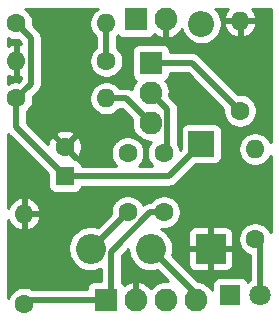
<source format=gtl>
G04 #@! TF.GenerationSoftware,KiCad,Pcbnew,(5.99.0-1165-gc29c3d9cc)*
G04 #@! TF.CreationDate,2020-03-29T18:02:48+03:00*
G04 #@! TF.ProjectId,salero-1,73616c65-726f-42d3-912e-6b696361645f,rev?*
G04 #@! TF.SameCoordinates,Original*
G04 #@! TF.FileFunction,Copper,L1,Top*
G04 #@! TF.FilePolarity,Positive*
%FSLAX46Y46*%
G04 Gerber Fmt 4.6, Leading zero omitted, Abs format (unit mm)*
G04 Created by KiCad (PCBNEW (5.99.0-1165-gc29c3d9cc)) date 2020-03-29 18:02:48*
%MOMM*%
%LPD*%
G01*
G04 APERTURE LIST*
G04 #@! TA.AperFunction,ComponentPad*
%ADD10O,1.930400X1.930400*%
G04 #@! TD*
G04 #@! TA.AperFunction,ComponentPad*
%ADD11R,1.930400X1.930400*%
G04 #@! TD*
G04 #@! TA.AperFunction,ComponentPad*
%ADD12O,1.600000X1.600000*%
G04 #@! TD*
G04 #@! TA.AperFunction,ComponentPad*
%ADD13C,1.600000*%
G04 #@! TD*
G04 #@! TA.AperFunction,ComponentPad*
%ADD14O,2.540000X2.540000*%
G04 #@! TD*
G04 #@! TA.AperFunction,ComponentPad*
%ADD15R,2.540000X2.540000*%
G04 #@! TD*
G04 #@! TA.AperFunction,ComponentPad*
%ADD16C,1.800000*%
G04 #@! TD*
G04 #@! TA.AperFunction,ComponentPad*
%ADD17R,1.800000X1.800000*%
G04 #@! TD*
G04 #@! TA.AperFunction,ComponentPad*
%ADD18O,2.200000X2.200000*%
G04 #@! TD*
G04 #@! TA.AperFunction,ComponentPad*
%ADD19R,2.200000X2.200000*%
G04 #@! TD*
G04 #@! TA.AperFunction,ComponentPad*
%ADD20R,1.600000X1.600000*%
G04 #@! TD*
G04 #@! TA.AperFunction,Conductor*
%ADD21C,0.508000*%
G04 #@! TD*
G04 #@! TA.AperFunction,Conductor*
%ADD22C,0.254000*%
G04 #@! TD*
G04 APERTURE END LIST*
D10*
X115570000Y-72034400D03*
D11*
X113030000Y-72034400D03*
D12*
X110540800Y-78714600D03*
D13*
X102920800Y-78714600D03*
D14*
X109220000Y-91440000D03*
X114300000Y-91440000D03*
D15*
X119380000Y-91440000D03*
D12*
X123139200Y-83007200D03*
D13*
X123139200Y-90627200D03*
D12*
X121869200Y-72136000D03*
D13*
X121869200Y-79756000D03*
D12*
X102920800Y-75539600D03*
D13*
X110540800Y-75539600D03*
D12*
X110540800Y-72364600D03*
D13*
X102920800Y-72364600D03*
D12*
X103581200Y-88493600D03*
D13*
X103581200Y-96113600D03*
D10*
X114300000Y-80772000D03*
X114300000Y-78232000D03*
D11*
X114300000Y-75692000D03*
D10*
X118110000Y-95758000D03*
X115570000Y-95758000D03*
X113030000Y-95758000D03*
D11*
X110490000Y-95758000D03*
D16*
X123571000Y-95377000D03*
D17*
X121031000Y-95377000D03*
D18*
X118592600Y-72390000D03*
D19*
X118592600Y-82550000D03*
D13*
X112344200Y-88337400D03*
X112344200Y-83337400D03*
X107035600Y-82793200D03*
D20*
X107035600Y-85293200D03*
D13*
X115417600Y-83341200D03*
X115417600Y-88341200D03*
D21*
X102920800Y-78714600D02*
X102920800Y-81178400D01*
X102920800Y-81178400D02*
X107035600Y-85293200D01*
X102920800Y-78714600D02*
X104174801Y-77460599D01*
X104174801Y-77460599D02*
X104174801Y-73618601D01*
X104174801Y-73618601D02*
X102920800Y-72364600D01*
X110490000Y-95758000D02*
X103936800Y-95758000D01*
X103936800Y-95758000D02*
X103581200Y-96113600D01*
X123571000Y-95377000D02*
X123571000Y-91059000D01*
X123571000Y-91059000D02*
X123139200Y-90627200D01*
X114300000Y-75692000D02*
X117805200Y-75692000D01*
X117805200Y-75692000D02*
X121869200Y-79756000D01*
X114300000Y-80772000D02*
X114300000Y-81381600D01*
X110540800Y-78714600D02*
X112242600Y-78714600D01*
X112242600Y-78714600D02*
X114300000Y-80772000D01*
X114300000Y-78232000D02*
X115719201Y-79651201D01*
X115719201Y-79651201D02*
X115719201Y-83039599D01*
X115719201Y-83039599D02*
X115417600Y-83341200D01*
X110540800Y-72364600D02*
X110540800Y-75539600D01*
X107035600Y-85293200D02*
X115849400Y-85293200D01*
X115849400Y-85293200D02*
X118592600Y-82550000D01*
X110490000Y-95758000D02*
X110944001Y-95303999D01*
X110944001Y-95303999D02*
X110944001Y-91683429D01*
X110944001Y-91683429D02*
X114286230Y-88341200D01*
X114286230Y-88341200D02*
X115417600Y-88341200D01*
X109220000Y-91440000D02*
X109241600Y-91440000D01*
X109241600Y-91440000D02*
X112344200Y-88337400D01*
X114300000Y-91440000D02*
X118110000Y-95250000D01*
X118110000Y-95250000D02*
X118110000Y-95758000D01*
G36*
X112392989Y-91526919D02*
G01*
X112393437Y-91536259D01*
X112426784Y-91807839D01*
X112428608Y-91817010D01*
X112501729Y-92080677D01*
X112504889Y-92089478D01*
X112616180Y-92339442D01*
X112620606Y-92347679D01*
X112767621Y-92578447D01*
X112773215Y-92585939D01*
X112952726Y-92792442D01*
X112959367Y-92799025D01*
X113167429Y-92976727D01*
X113174969Y-92982256D01*
X113407011Y-93127252D01*
X113415286Y-93131605D01*
X113666212Y-93240711D01*
X113675040Y-93243794D01*
X113939335Y-93314611D01*
X113948521Y-93316355D01*
X114220382Y-93347329D01*
X114229725Y-93347696D01*
X114503178Y-93338148D01*
X114512473Y-93337130D01*
X114781510Y-93287266D01*
X114790552Y-93284885D01*
X114861728Y-93260377D01*
X115772042Y-94170692D01*
X115594770Y-94153935D01*
X115584429Y-94153808D01*
X115332451Y-94171429D01*
X115322229Y-94172993D01*
X115076513Y-94231531D01*
X115066683Y-94234743D01*
X114833827Y-94332627D01*
X114824654Y-94337402D01*
X114610912Y-94472003D01*
X114602642Y-94478212D01*
X114413754Y-94645914D01*
X114406609Y-94653391D01*
X114299627Y-94785503D01*
X114220031Y-94682146D01*
X114213072Y-94674497D01*
X114028337Y-94502229D01*
X114020221Y-94495819D01*
X113809832Y-94356036D01*
X113800778Y-94351038D01*
X113570383Y-94247495D01*
X113560634Y-94244043D01*
X113316423Y-94179519D01*
X113306242Y-94177706D01*
X113240402Y-94171482D01*
X113158000Y-94246461D01*
X113158000Y-95886000D01*
X112902000Y-95886000D01*
X112902000Y-94242957D01*
X112806184Y-94167286D01*
X112536513Y-94231531D01*
X112526683Y-94234743D01*
X112293827Y-94332627D01*
X112284654Y-94337402D01*
X112070912Y-94472003D01*
X112062642Y-94478212D01*
X112025923Y-94510812D01*
X112020063Y-94488942D01*
X112007320Y-94464462D01*
X111876210Y-94308210D01*
X111859321Y-94294039D01*
X111834001Y-94279420D01*
X111834001Y-92052077D01*
X112393899Y-91492179D01*
X112392989Y-91526919D01*
G37*
D22*
X112392989Y-91526919D02*
X112393437Y-91536259D01*
X112426784Y-91807839D01*
X112428608Y-91817010D01*
X112501729Y-92080677D01*
X112504889Y-92089478D01*
X112616180Y-92339442D01*
X112620606Y-92347679D01*
X112767621Y-92578447D01*
X112773215Y-92585939D01*
X112952726Y-92792442D01*
X112959367Y-92799025D01*
X113167429Y-92976727D01*
X113174969Y-92982256D01*
X113407011Y-93127252D01*
X113415286Y-93131605D01*
X113666212Y-93240711D01*
X113675040Y-93243794D01*
X113939335Y-93314611D01*
X113948521Y-93316355D01*
X114220382Y-93347329D01*
X114229725Y-93347696D01*
X114503178Y-93338148D01*
X114512473Y-93337130D01*
X114781510Y-93287266D01*
X114790552Y-93284885D01*
X114861728Y-93260377D01*
X115772042Y-94170692D01*
X115594770Y-94153935D01*
X115584429Y-94153808D01*
X115332451Y-94171429D01*
X115322229Y-94172993D01*
X115076513Y-94231531D01*
X115066683Y-94234743D01*
X114833827Y-94332627D01*
X114824654Y-94337402D01*
X114610912Y-94472003D01*
X114602642Y-94478212D01*
X114413754Y-94645914D01*
X114406609Y-94653391D01*
X114299627Y-94785503D01*
X114220031Y-94682146D01*
X114213072Y-94674497D01*
X114028337Y-94502229D01*
X114020221Y-94495819D01*
X113809832Y-94356036D01*
X113800778Y-94351038D01*
X113570383Y-94247495D01*
X113560634Y-94244043D01*
X113316423Y-94179519D01*
X113306242Y-94177706D01*
X113240402Y-94171482D01*
X113158000Y-94246461D01*
X113158000Y-95886000D01*
X112902000Y-95886000D01*
X112902000Y-94242957D01*
X112806184Y-94167286D01*
X112536513Y-94231531D01*
X112526683Y-94234743D01*
X112293827Y-94332627D01*
X112284654Y-94337402D01*
X112070912Y-94472003D01*
X112062642Y-94478212D01*
X112025923Y-94510812D01*
X112020063Y-94488942D01*
X112007320Y-94464462D01*
X111876210Y-94308210D01*
X111859321Y-94294039D01*
X111834001Y-94279420D01*
X111834001Y-92052077D01*
X112393899Y-91492179D01*
X112392989Y-91526919D01*
G36*
X109719932Y-71182688D02*
G01*
X109710919Y-71188999D01*
X109527166Y-71343187D01*
X109519387Y-71350966D01*
X109365199Y-71534719D01*
X109358888Y-71543732D01*
X109238952Y-71751468D01*
X109234302Y-71761440D01*
X109152260Y-71986847D01*
X109149413Y-71997474D01*
X109107759Y-72233703D01*
X109106800Y-72244664D01*
X109106800Y-72484536D01*
X109107759Y-72495497D01*
X109149413Y-72731726D01*
X109152260Y-72742353D01*
X109234302Y-72967760D01*
X109238952Y-72977732D01*
X109358888Y-73185468D01*
X109365199Y-73194481D01*
X109519387Y-73378234D01*
X109527166Y-73386013D01*
X109650800Y-73489754D01*
X109650801Y-74414445D01*
X109527166Y-74518187D01*
X109519387Y-74525966D01*
X109365199Y-74709719D01*
X109358888Y-74718732D01*
X109238952Y-74926468D01*
X109234302Y-74936440D01*
X109152260Y-75161847D01*
X109149413Y-75172474D01*
X109107759Y-75408703D01*
X109106800Y-75419664D01*
X109106800Y-75659536D01*
X109107759Y-75670497D01*
X109149413Y-75906726D01*
X109152260Y-75917353D01*
X109234302Y-76142760D01*
X109238952Y-76152732D01*
X109358888Y-76360468D01*
X109365199Y-76369481D01*
X109519387Y-76553234D01*
X109527166Y-76561013D01*
X109710919Y-76715201D01*
X109719932Y-76721512D01*
X109927668Y-76841448D01*
X109937640Y-76846098D01*
X110163047Y-76928140D01*
X110173674Y-76930987D01*
X110409903Y-76972641D01*
X110420864Y-76973600D01*
X110660736Y-76973600D01*
X110671697Y-76972641D01*
X110907926Y-76930987D01*
X110918553Y-76928140D01*
X111143960Y-76846098D01*
X111153932Y-76841448D01*
X111361668Y-76721512D01*
X111370681Y-76715201D01*
X111554434Y-76561013D01*
X111562213Y-76553234D01*
X111716401Y-76369481D01*
X111722712Y-76360468D01*
X111842648Y-76152732D01*
X111847298Y-76142760D01*
X111929340Y-75917353D01*
X111932187Y-75906726D01*
X111973841Y-75670497D01*
X111974800Y-75659536D01*
X111974800Y-75419664D01*
X111973841Y-75408703D01*
X111932187Y-75172474D01*
X111929340Y-75161847D01*
X111847298Y-74936440D01*
X111842648Y-74926468D01*
X111722712Y-74718732D01*
X111716401Y-74709719D01*
X111562213Y-74525966D01*
X111554434Y-74518187D01*
X111430800Y-74414446D01*
X111430800Y-73489754D01*
X111554433Y-73386013D01*
X111558227Y-73382220D01*
X111643790Y-73484190D01*
X111660679Y-73498361D01*
X111834920Y-73598959D01*
X111855637Y-73606500D01*
X112048338Y-73640478D01*
X112059299Y-73641437D01*
X114003458Y-73641437D01*
X114019834Y-73639281D01*
X114299059Y-73564463D01*
X114323539Y-73551720D01*
X114479790Y-73420610D01*
X114493961Y-73403721D01*
X114564025Y-73282366D01*
X114756148Y-73416892D01*
X114765077Y-73422110D01*
X114992873Y-73531251D01*
X115002535Y-73534940D01*
X115245098Y-73605412D01*
X115255232Y-73607473D01*
X115357309Y-73619646D01*
X115442000Y-73544454D01*
X115442000Y-71906400D01*
X115698000Y-71906400D01*
X115698000Y-73546701D01*
X115791412Y-73622344D01*
X116026045Y-73572470D01*
X116035950Y-73569499D01*
X116271128Y-73477333D01*
X116280415Y-73472784D01*
X116497382Y-73343446D01*
X116505801Y-73337441D01*
X116698730Y-73174403D01*
X116706055Y-73167103D01*
X116869766Y-72974744D01*
X116875801Y-72966346D01*
X116928262Y-72879035D01*
X116984105Y-73050902D01*
X116987894Y-73060050D01*
X117107296Y-73294390D01*
X117112469Y-73302832D01*
X117267060Y-73515608D01*
X117273490Y-73523137D01*
X117459463Y-73709110D01*
X117466992Y-73715540D01*
X117679768Y-73870131D01*
X117688210Y-73875304D01*
X117922550Y-73994706D01*
X117931698Y-73998495D01*
X118181831Y-74079768D01*
X118191459Y-74082079D01*
X118451227Y-74123223D01*
X118461097Y-74124000D01*
X118724103Y-74124000D01*
X118733973Y-74123223D01*
X118993741Y-74082079D01*
X119003369Y-74079768D01*
X119253502Y-73998495D01*
X119262650Y-73994706D01*
X119496990Y-73875304D01*
X119505432Y-73870131D01*
X119718208Y-73715540D01*
X119725737Y-73709110D01*
X119911710Y-73523137D01*
X119918140Y-73515608D01*
X120072731Y-73302832D01*
X120077904Y-73294390D01*
X120197306Y-73060050D01*
X120201095Y-73050902D01*
X120282368Y-72800769D01*
X120284679Y-72791141D01*
X120325823Y-72531373D01*
X120326600Y-72521503D01*
X120326600Y-72354017D01*
X120451521Y-72354017D01*
X120477813Y-72503125D01*
X120480660Y-72513753D01*
X120562702Y-72739160D01*
X120567352Y-72749132D01*
X120687288Y-72956868D01*
X120693599Y-72965881D01*
X120847787Y-73149634D01*
X120855566Y-73157413D01*
X121039319Y-73311601D01*
X121048332Y-73317912D01*
X121256068Y-73437848D01*
X121266040Y-73442498D01*
X121491447Y-73524540D01*
X121502074Y-73527387D01*
X121651182Y-73553680D01*
X121741200Y-73478146D01*
X121997199Y-73478146D01*
X122087217Y-73553679D01*
X122236325Y-73527387D01*
X122246953Y-73524540D01*
X122472360Y-73442498D01*
X122482332Y-73437848D01*
X122690068Y-73317912D01*
X122699081Y-73311601D01*
X122882834Y-73157413D01*
X122890613Y-73149634D01*
X123044801Y-72965881D01*
X123051112Y-72956868D01*
X123171048Y-72749132D01*
X123175698Y-72739160D01*
X123257740Y-72513753D01*
X123260587Y-72503126D01*
X123286880Y-72354018D01*
X123211346Y-72264000D01*
X122071009Y-72263999D01*
X121997200Y-72337808D01*
X121997199Y-73478146D01*
X121741200Y-73478146D01*
X121741201Y-72337809D01*
X121667392Y-72264000D01*
X120527054Y-72263999D01*
X120451521Y-72354017D01*
X120326600Y-72354017D01*
X120326600Y-72258497D01*
X120325823Y-72248627D01*
X120284679Y-71988859D01*
X120282368Y-71979231D01*
X120201095Y-71729098D01*
X120197306Y-71719950D01*
X120077904Y-71485610D01*
X120072731Y-71477168D01*
X119918140Y-71264392D01*
X119911710Y-71256863D01*
X119773847Y-71119000D01*
X120851153Y-71119000D01*
X120847787Y-71122366D01*
X120693599Y-71306119D01*
X120687288Y-71315132D01*
X120567352Y-71522868D01*
X120562702Y-71532840D01*
X120480660Y-71758247D01*
X120477813Y-71768874D01*
X120451520Y-71917982D01*
X120527054Y-72008000D01*
X121667392Y-72008001D01*
X121667393Y-72008000D01*
X123211346Y-72008001D01*
X123286879Y-71917983D01*
X123260587Y-71768875D01*
X123257740Y-71758247D01*
X123175698Y-71532840D01*
X123171048Y-71522868D01*
X123051112Y-71315132D01*
X123044801Y-71306119D01*
X122890613Y-71122366D01*
X122887247Y-71119000D01*
X124461000Y-71119000D01*
X124461000Y-82446083D01*
X124445698Y-82404040D01*
X124441048Y-82394068D01*
X124321112Y-82186332D01*
X124314801Y-82177319D01*
X124160613Y-81993566D01*
X124152834Y-81985787D01*
X123969081Y-81831599D01*
X123960068Y-81825288D01*
X123752332Y-81705352D01*
X123742360Y-81700702D01*
X123516953Y-81618660D01*
X123506326Y-81615813D01*
X123270097Y-81574159D01*
X123259136Y-81573200D01*
X123019264Y-81573200D01*
X123008303Y-81574159D01*
X122772074Y-81615813D01*
X122761447Y-81618660D01*
X122536040Y-81700702D01*
X122526068Y-81705352D01*
X122318332Y-81825288D01*
X122309319Y-81831599D01*
X122125566Y-81985787D01*
X122117787Y-81993566D01*
X121963599Y-82177319D01*
X121957288Y-82186332D01*
X121837352Y-82394068D01*
X121832702Y-82404040D01*
X121750660Y-82629447D01*
X121747813Y-82640074D01*
X121706159Y-82876303D01*
X121705200Y-82887264D01*
X121705200Y-83127136D01*
X121706159Y-83138097D01*
X121747813Y-83374326D01*
X121750660Y-83384953D01*
X121832702Y-83610360D01*
X121837352Y-83620332D01*
X121957288Y-83828068D01*
X121963599Y-83837081D01*
X122117787Y-84020834D01*
X122125566Y-84028613D01*
X122309319Y-84182801D01*
X122318332Y-84189112D01*
X122526068Y-84309048D01*
X122536040Y-84313698D01*
X122761447Y-84395740D01*
X122772074Y-84398587D01*
X123008303Y-84440241D01*
X123019264Y-84441200D01*
X123259136Y-84441200D01*
X123270097Y-84440241D01*
X123506326Y-84398587D01*
X123516953Y-84395740D01*
X123742360Y-84313698D01*
X123752332Y-84309048D01*
X123960068Y-84189112D01*
X123969081Y-84182801D01*
X124152834Y-84028613D01*
X124160613Y-84020834D01*
X124314801Y-83837081D01*
X124321112Y-83828068D01*
X124441048Y-83620332D01*
X124445698Y-83610360D01*
X124461001Y-83568317D01*
X124461001Y-90066084D01*
X124445698Y-90024040D01*
X124441048Y-90014068D01*
X124321112Y-89806332D01*
X124314801Y-89797319D01*
X124160613Y-89613566D01*
X124152834Y-89605787D01*
X123969081Y-89451599D01*
X123960068Y-89445288D01*
X123752332Y-89325352D01*
X123742360Y-89320702D01*
X123516953Y-89238660D01*
X123506326Y-89235813D01*
X123270097Y-89194159D01*
X123259136Y-89193200D01*
X123019264Y-89193200D01*
X123008303Y-89194159D01*
X122772074Y-89235813D01*
X122761447Y-89238660D01*
X122536040Y-89320702D01*
X122526068Y-89325352D01*
X122318332Y-89445288D01*
X122309319Y-89451599D01*
X122125566Y-89605787D01*
X122117787Y-89613566D01*
X121963599Y-89797319D01*
X121957288Y-89806332D01*
X121837352Y-90014068D01*
X121832702Y-90024040D01*
X121750660Y-90249447D01*
X121747813Y-90260074D01*
X121706159Y-90496303D01*
X121705200Y-90507264D01*
X121705200Y-90747136D01*
X121706159Y-90758097D01*
X121747813Y-90994326D01*
X121750660Y-91004953D01*
X121832702Y-91230360D01*
X121837352Y-91240332D01*
X121957288Y-91448068D01*
X121963599Y-91457081D01*
X122117787Y-91640834D01*
X122125566Y-91648613D01*
X122309319Y-91802801D01*
X122318332Y-91809112D01*
X122526068Y-91929048D01*
X122536040Y-91933698D01*
X122681001Y-91986460D01*
X122681000Y-94127423D01*
X122566311Y-94211056D01*
X122558250Y-94218051D01*
X122518774Y-94258645D01*
X122495863Y-94173142D01*
X122483120Y-94148662D01*
X122352010Y-93992410D01*
X122335121Y-93978239D01*
X122160880Y-93877641D01*
X122140163Y-93870100D01*
X121947462Y-93836122D01*
X121936501Y-93835163D01*
X120122742Y-93835163D01*
X120106366Y-93837319D01*
X119827142Y-93912137D01*
X119802662Y-93924880D01*
X119646410Y-94055990D01*
X119632239Y-94072879D01*
X119531641Y-94247120D01*
X119524100Y-94267837D01*
X119490122Y-94460538D01*
X119489163Y-94471499D01*
X119489163Y-94945778D01*
X119459767Y-94890955D01*
X119454149Y-94882271D01*
X119300031Y-94682146D01*
X119293072Y-94674497D01*
X119108337Y-94502229D01*
X119100221Y-94495819D01*
X118889832Y-94356036D01*
X118880778Y-94351038D01*
X118650383Y-94247495D01*
X118640634Y-94244043D01*
X118396423Y-94179519D01*
X118386241Y-94177706D01*
X118286971Y-94168322D01*
X116121441Y-92002793D01*
X116136043Y-91962675D01*
X116138581Y-91953676D01*
X116193297Y-91684741D01*
X116194543Y-91673809D01*
X116195380Y-91641808D01*
X117468163Y-91641808D01*
X117468163Y-92718258D01*
X117470319Y-92734634D01*
X117545137Y-93013859D01*
X117557880Y-93038339D01*
X117688990Y-93194590D01*
X117705879Y-93208761D01*
X117880120Y-93309359D01*
X117900837Y-93316900D01*
X118093538Y-93350878D01*
X118104499Y-93351837D01*
X119178191Y-93351837D01*
X119252000Y-93278028D01*
X119507999Y-93278028D01*
X119581808Y-93351837D01*
X120658258Y-93351837D01*
X120674634Y-93349681D01*
X120953859Y-93274863D01*
X120978339Y-93262120D01*
X121134590Y-93131010D01*
X121148761Y-93114121D01*
X121249359Y-92939880D01*
X121256900Y-92919163D01*
X121290878Y-92726462D01*
X121291837Y-92715501D01*
X121291837Y-91641809D01*
X121218028Y-91568000D01*
X119581809Y-91567999D01*
X119508000Y-91641808D01*
X119507999Y-93278028D01*
X119252000Y-93278028D01*
X119252001Y-91641809D01*
X119178192Y-91568000D01*
X117541972Y-91567999D01*
X117468163Y-91641808D01*
X116195380Y-91641808D01*
X116204183Y-91305665D01*
X116203511Y-91294683D01*
X116162946Y-91023252D01*
X116160882Y-91014132D01*
X116080883Y-90752468D01*
X116077494Y-90743753D01*
X115959698Y-90496789D01*
X115955058Y-90488671D01*
X115802052Y-90261831D01*
X115796264Y-90254488D01*
X115713805Y-90164499D01*
X117468163Y-90164499D01*
X117468163Y-91238191D01*
X117541972Y-91312000D01*
X119178191Y-91312001D01*
X119252000Y-91238192D01*
X119252000Y-91238191D01*
X119507999Y-91238191D01*
X119581808Y-91312000D01*
X121218028Y-91312001D01*
X121291837Y-91238192D01*
X121291837Y-90161742D01*
X121289681Y-90145366D01*
X121214863Y-89866142D01*
X121202120Y-89841662D01*
X121071010Y-89685410D01*
X121054121Y-89671239D01*
X120879880Y-89570641D01*
X120859163Y-89563100D01*
X120666462Y-89529122D01*
X120655501Y-89528163D01*
X119581809Y-89528163D01*
X119508000Y-89601972D01*
X119507999Y-91238191D01*
X119252000Y-91238191D01*
X119252001Y-89601972D01*
X119178192Y-89528163D01*
X118101742Y-89528163D01*
X118085366Y-89530319D01*
X117806142Y-89605137D01*
X117781662Y-89617880D01*
X117625410Y-89748990D01*
X117611239Y-89765879D01*
X117510641Y-89940120D01*
X117503100Y-89960837D01*
X117469122Y-90153538D01*
X117468163Y-90164499D01*
X115713805Y-90164499D01*
X115611410Y-90052754D01*
X115604599Y-90046347D01*
X115391957Y-89874153D01*
X115384274Y-89868824D01*
X115196789Y-89758387D01*
X115286703Y-89774241D01*
X115297664Y-89775200D01*
X115537536Y-89775200D01*
X115548497Y-89774241D01*
X115784726Y-89732587D01*
X115795353Y-89729740D01*
X116020760Y-89647698D01*
X116030732Y-89643048D01*
X116238468Y-89523112D01*
X116247481Y-89516801D01*
X116431234Y-89362613D01*
X116439013Y-89354834D01*
X116593201Y-89171081D01*
X116599512Y-89162068D01*
X116719448Y-88954332D01*
X116724098Y-88944360D01*
X116806140Y-88718953D01*
X116808987Y-88708326D01*
X116850641Y-88472097D01*
X116851600Y-88461136D01*
X116851600Y-88221264D01*
X116850641Y-88210303D01*
X116808987Y-87974074D01*
X116806140Y-87963447D01*
X116724098Y-87738040D01*
X116719448Y-87728068D01*
X116599512Y-87520332D01*
X116593201Y-87511319D01*
X116439013Y-87327566D01*
X116431234Y-87319787D01*
X116247481Y-87165599D01*
X116238468Y-87159288D01*
X116030732Y-87039352D01*
X116020760Y-87034702D01*
X115795353Y-86952660D01*
X115784726Y-86949813D01*
X115548497Y-86908159D01*
X115537536Y-86907200D01*
X115297664Y-86907200D01*
X115286703Y-86908159D01*
X115050474Y-86949813D01*
X115039847Y-86952660D01*
X114814440Y-87034702D01*
X114804468Y-87039352D01*
X114596732Y-87159288D01*
X114587719Y-87165599D01*
X114403966Y-87319787D01*
X114396187Y-87327567D01*
X114294355Y-87448925D01*
X114257684Y-87451200D01*
X114226892Y-87451200D01*
X114217950Y-87451837D01*
X114195439Y-87455061D01*
X114112946Y-87460179D01*
X114095367Y-87463819D01*
X114069774Y-87473058D01*
X114042847Y-87476914D01*
X114025616Y-87481953D01*
X113950389Y-87516157D01*
X113872455Y-87544291D01*
X113856288Y-87552951D01*
X113835290Y-87568489D01*
X113810055Y-87579962D01*
X113794930Y-87589635D01*
X113723277Y-87651375D01*
X113704463Y-87665297D01*
X113697380Y-87671400D01*
X113680838Y-87687943D01*
X113643600Y-87720029D01*
X113526112Y-87516532D01*
X113519801Y-87507519D01*
X113365613Y-87323766D01*
X113357834Y-87315987D01*
X113174081Y-87161799D01*
X113165068Y-87155488D01*
X112957332Y-87035552D01*
X112947360Y-87030902D01*
X112721953Y-86948860D01*
X112711326Y-86946013D01*
X112475097Y-86904359D01*
X112464136Y-86903400D01*
X112224264Y-86903400D01*
X112213303Y-86904359D01*
X111977074Y-86946013D01*
X111966447Y-86948860D01*
X111741040Y-87030902D01*
X111731068Y-87035552D01*
X111523332Y-87155488D01*
X111514319Y-87161799D01*
X111330566Y-87315987D01*
X111322787Y-87323766D01*
X111168599Y-87507519D01*
X111162288Y-87516532D01*
X111042352Y-87724268D01*
X111037702Y-87734240D01*
X110955660Y-87959647D01*
X110952813Y-87970274D01*
X110911159Y-88206503D01*
X110910200Y-88217464D01*
X110910200Y-88457336D01*
X110911159Y-88468297D01*
X110917679Y-88505272D01*
X109801284Y-89621668D01*
X109797528Y-89620466D01*
X109531470Y-89556590D01*
X109522241Y-89555087D01*
X109249663Y-89531240D01*
X109240313Y-89531118D01*
X108967204Y-89547821D01*
X108957939Y-89549082D01*
X108690299Y-89605971D01*
X108681322Y-89608588D01*
X108425031Y-89704411D01*
X108416539Y-89708325D01*
X108177226Y-89840979D01*
X108169406Y-89846105D01*
X107952330Y-90012675D01*
X107945354Y-90018901D01*
X107755282Y-90215726D01*
X107749303Y-90222915D01*
X107590412Y-90445673D01*
X107585561Y-90453667D01*
X107461341Y-90697463D01*
X107457725Y-90706086D01*
X107370904Y-90965565D01*
X107368602Y-90974628D01*
X107321088Y-91244090D01*
X107320152Y-91253394D01*
X107312989Y-91526919D01*
X107313437Y-91536259D01*
X107346784Y-91807839D01*
X107348608Y-91817010D01*
X107421729Y-92080677D01*
X107424889Y-92089478D01*
X107536180Y-92339442D01*
X107540606Y-92347679D01*
X107687621Y-92578447D01*
X107693215Y-92585939D01*
X107872726Y-92792442D01*
X107879367Y-92799025D01*
X108087429Y-92976727D01*
X108094969Y-92982256D01*
X108327011Y-93127252D01*
X108335286Y-93131605D01*
X108586212Y-93240711D01*
X108595040Y-93243794D01*
X108859335Y-93314611D01*
X108868521Y-93316355D01*
X109140382Y-93347329D01*
X109149725Y-93347696D01*
X109423178Y-93338148D01*
X109432473Y-93337130D01*
X109701510Y-93287266D01*
X109710552Y-93284885D01*
X109969264Y-93195804D01*
X109977855Y-93192113D01*
X110054002Y-93152474D01*
X110054001Y-94150963D01*
X109516542Y-94150963D01*
X109500166Y-94153119D01*
X109220942Y-94227937D01*
X109196462Y-94240680D01*
X109040210Y-94371790D01*
X109026039Y-94388679D01*
X108925441Y-94562920D01*
X108917900Y-94583637D01*
X108883922Y-94776338D01*
X108882963Y-94787299D01*
X108882963Y-94868000D01*
X104291756Y-94868000D01*
X104194332Y-94811752D01*
X104184360Y-94807102D01*
X103958953Y-94725060D01*
X103948326Y-94722213D01*
X103712097Y-94680559D01*
X103701136Y-94679600D01*
X103461264Y-94679600D01*
X103450303Y-94680559D01*
X103214074Y-94722213D01*
X103203447Y-94725060D01*
X102978040Y-94807102D01*
X102968068Y-94811752D01*
X102760332Y-94931688D01*
X102751319Y-94937999D01*
X102567566Y-95092187D01*
X102559787Y-95099966D01*
X102405599Y-95283719D01*
X102399288Y-95292732D01*
X102279352Y-95500468D01*
X102274702Y-95510440D01*
X102234000Y-95622267D01*
X102234000Y-88984933D01*
X102274702Y-89096760D01*
X102279352Y-89106732D01*
X102399288Y-89314468D01*
X102405599Y-89323481D01*
X102559787Y-89507234D01*
X102567566Y-89515013D01*
X102751319Y-89669201D01*
X102760332Y-89675512D01*
X102968068Y-89795448D01*
X102978040Y-89800098D01*
X103203447Y-89882140D01*
X103214074Y-89884987D01*
X103363182Y-89911280D01*
X103453200Y-89835746D01*
X103709199Y-89835746D01*
X103799217Y-89911279D01*
X103948325Y-89884987D01*
X103958953Y-89882140D01*
X104184360Y-89800098D01*
X104194332Y-89795448D01*
X104402068Y-89675512D01*
X104411081Y-89669201D01*
X104594834Y-89515013D01*
X104602613Y-89507234D01*
X104756801Y-89323481D01*
X104763112Y-89314468D01*
X104883048Y-89106732D01*
X104887698Y-89096760D01*
X104969740Y-88871353D01*
X104972587Y-88860726D01*
X104998880Y-88711618D01*
X104923346Y-88621600D01*
X103783009Y-88621599D01*
X103709200Y-88695408D01*
X103709199Y-89835746D01*
X103453200Y-89835746D01*
X103453201Y-88695408D01*
X103453200Y-88695407D01*
X103453200Y-88291791D01*
X103709199Y-88291791D01*
X103783008Y-88365600D01*
X104923346Y-88365601D01*
X104998879Y-88275583D01*
X104972587Y-88126475D01*
X104969740Y-88115847D01*
X104887698Y-87890440D01*
X104883048Y-87880468D01*
X104763112Y-87672732D01*
X104756801Y-87663719D01*
X104602613Y-87479966D01*
X104594834Y-87472187D01*
X104411081Y-87317999D01*
X104402068Y-87311688D01*
X104194332Y-87191752D01*
X104184360Y-87187102D01*
X103958953Y-87105060D01*
X103948326Y-87102213D01*
X103799218Y-87075920D01*
X103709200Y-87151454D01*
X103709199Y-88291791D01*
X103453200Y-88291791D01*
X103453201Y-87151454D01*
X103363183Y-87075921D01*
X103214075Y-87102213D01*
X103203447Y-87105060D01*
X102978040Y-87187102D01*
X102968068Y-87191752D01*
X102760332Y-87311688D01*
X102751319Y-87317999D01*
X102567566Y-87472187D01*
X102559787Y-87479966D01*
X102405599Y-87663719D01*
X102399288Y-87672732D01*
X102279352Y-87880468D01*
X102274702Y-87890440D01*
X102234000Y-88002267D01*
X102234000Y-81745440D01*
X102244897Y-81760166D01*
X102251000Y-81767249D01*
X102267544Y-81783792D01*
X102323808Y-81849090D01*
X102337337Y-81860892D01*
X102358106Y-81874354D01*
X105593763Y-85110012D01*
X105593763Y-86101458D01*
X105595919Y-86117834D01*
X105670737Y-86397059D01*
X105683480Y-86421539D01*
X105814590Y-86577790D01*
X105831479Y-86591961D01*
X106005720Y-86692559D01*
X106026437Y-86700100D01*
X106219138Y-86734078D01*
X106230099Y-86735037D01*
X107843858Y-86735037D01*
X107860234Y-86732881D01*
X108139459Y-86658063D01*
X108163939Y-86645320D01*
X108320190Y-86514210D01*
X108334361Y-86497321D01*
X108434959Y-86323080D01*
X108442500Y-86302363D01*
X108463511Y-86183200D01*
X115749694Y-86183200D01*
X115768446Y-86187443D01*
X115786340Y-86188883D01*
X115877945Y-86183200D01*
X115908737Y-86183200D01*
X115917679Y-86182563D01*
X115940200Y-86179338D01*
X116022684Y-86174221D01*
X116040264Y-86170580D01*
X116065850Y-86161343D01*
X116092782Y-86157486D01*
X116110013Y-86152447D01*
X116185249Y-86118240D01*
X116263174Y-86090108D01*
X116279341Y-86081448D01*
X116300334Y-86065914D01*
X116325576Y-86054437D01*
X116340700Y-86044765D01*
X116412360Y-85983019D01*
X116431166Y-85969103D01*
X116438249Y-85963000D01*
X116454785Y-85946463D01*
X116520090Y-85890193D01*
X116531892Y-85876664D01*
X116545354Y-85855894D01*
X118109412Y-84291837D01*
X119700858Y-84291837D01*
X119717234Y-84289681D01*
X119996459Y-84214863D01*
X120020939Y-84202120D01*
X120177190Y-84071010D01*
X120191361Y-84054121D01*
X120291959Y-83879880D01*
X120299500Y-83859163D01*
X120333478Y-83666462D01*
X120334437Y-83655501D01*
X120334437Y-81441742D01*
X120332281Y-81425366D01*
X120257463Y-81146142D01*
X120244720Y-81121662D01*
X120113610Y-80965410D01*
X120096721Y-80951239D01*
X119922480Y-80850641D01*
X119901763Y-80843100D01*
X119709062Y-80809122D01*
X119698101Y-80808163D01*
X117484342Y-80808163D01*
X117467966Y-80810319D01*
X117188742Y-80885137D01*
X117164262Y-80897880D01*
X117008010Y-81028990D01*
X116993839Y-81045879D01*
X116893241Y-81220120D01*
X116885700Y-81240837D01*
X116851722Y-81433538D01*
X116850763Y-81444499D01*
X116850763Y-83033188D01*
X116824110Y-83059841D01*
X116808987Y-82974074D01*
X116806140Y-82963447D01*
X116724098Y-82738040D01*
X116719448Y-82728068D01*
X116609201Y-82537115D01*
X116609201Y-79750907D01*
X116613444Y-79732155D01*
X116614884Y-79714261D01*
X116609201Y-79622655D01*
X116609201Y-79591863D01*
X116608564Y-79582921D01*
X116605340Y-79560410D01*
X116600222Y-79477917D01*
X116596582Y-79460337D01*
X116587343Y-79434743D01*
X116583487Y-79407819D01*
X116578448Y-79390588D01*
X116544239Y-79315346D01*
X116516109Y-79237426D01*
X116507449Y-79221258D01*
X116491914Y-79200264D01*
X116480439Y-79175027D01*
X116470766Y-79159901D01*
X116409032Y-79088255D01*
X116395104Y-79069433D01*
X116389001Y-79062350D01*
X116372447Y-79045797D01*
X116316192Y-78980511D01*
X116302664Y-78968709D01*
X116281904Y-78955253D01*
X115869107Y-78542456D01*
X115890011Y-78445769D01*
X115891418Y-78433969D01*
X115899385Y-78108013D01*
X115898556Y-78096158D01*
X115857175Y-77846197D01*
X115854655Y-77836167D01*
X115773253Y-77597050D01*
X115769130Y-77587566D01*
X115649767Y-77364955D01*
X115644149Y-77356271D01*
X115545629Y-77228341D01*
X115569059Y-77222063D01*
X115593539Y-77209320D01*
X115749790Y-77078210D01*
X115763961Y-77061321D01*
X115864559Y-76887080D01*
X115872100Y-76866363D01*
X115906078Y-76673662D01*
X115907037Y-76662701D01*
X115907037Y-76582000D01*
X117436552Y-76582000D01*
X120442679Y-79588128D01*
X120436159Y-79625103D01*
X120435200Y-79636064D01*
X120435200Y-79875936D01*
X120436159Y-79886897D01*
X120477813Y-80123126D01*
X120480660Y-80133753D01*
X120562702Y-80359160D01*
X120567352Y-80369132D01*
X120687288Y-80576868D01*
X120693599Y-80585881D01*
X120847787Y-80769634D01*
X120855566Y-80777413D01*
X121039319Y-80931601D01*
X121048332Y-80937912D01*
X121256068Y-81057848D01*
X121266040Y-81062498D01*
X121491447Y-81144540D01*
X121502074Y-81147387D01*
X121738303Y-81189041D01*
X121749264Y-81190000D01*
X121989136Y-81190000D01*
X122000097Y-81189041D01*
X122236326Y-81147387D01*
X122246953Y-81144540D01*
X122472360Y-81062498D01*
X122482332Y-81057848D01*
X122690068Y-80937912D01*
X122699081Y-80931601D01*
X122882834Y-80777413D01*
X122890613Y-80769634D01*
X123044801Y-80585881D01*
X123051112Y-80576868D01*
X123171048Y-80369132D01*
X123175698Y-80359160D01*
X123257740Y-80133753D01*
X123260587Y-80123126D01*
X123302241Y-79886897D01*
X123303200Y-79875936D01*
X123303200Y-79636064D01*
X123302241Y-79625103D01*
X123260587Y-79388874D01*
X123257740Y-79378247D01*
X123175698Y-79152840D01*
X123171048Y-79142868D01*
X123051112Y-78935132D01*
X123044801Y-78926119D01*
X122890613Y-78742366D01*
X122882834Y-78734587D01*
X122699081Y-78580399D01*
X122690068Y-78574088D01*
X122482332Y-78454152D01*
X122472360Y-78449502D01*
X122246953Y-78367460D01*
X122236326Y-78364613D01*
X122000097Y-78322959D01*
X121989136Y-78322000D01*
X121749264Y-78322000D01*
X121738303Y-78322959D01*
X121701328Y-78329479D01*
X118505035Y-75133187D01*
X118494770Y-75116918D01*
X118483134Y-75103246D01*
X118414315Y-75042467D01*
X118392567Y-75020718D01*
X118385793Y-75014845D01*
X118367609Y-75001217D01*
X118305646Y-74946494D01*
X118290641Y-74936637D01*
X118266006Y-74925071D01*
X118244245Y-74908762D01*
X118228498Y-74900140D01*
X118151119Y-74871131D01*
X118076117Y-74835918D01*
X118058561Y-74830609D01*
X118032729Y-74826749D01*
X118006770Y-74817017D01*
X117989235Y-74813162D01*
X117894913Y-74806152D01*
X117871767Y-74802693D01*
X117862442Y-74802000D01*
X117839041Y-74802000D01*
X117753089Y-74795613D01*
X117735177Y-74796834D01*
X117710977Y-74802000D01*
X115907037Y-74802000D01*
X115907037Y-74718542D01*
X115904881Y-74702166D01*
X115830063Y-74422942D01*
X115817320Y-74398462D01*
X115686210Y-74242210D01*
X115669321Y-74228039D01*
X115495080Y-74127441D01*
X115474363Y-74119900D01*
X115281662Y-74085922D01*
X115270701Y-74084963D01*
X113326542Y-74084963D01*
X113310166Y-74087119D01*
X113030942Y-74161937D01*
X113006462Y-74174680D01*
X112850210Y-74305790D01*
X112836039Y-74322679D01*
X112735441Y-74496920D01*
X112727900Y-74517637D01*
X112693922Y-74710338D01*
X112692963Y-74721299D01*
X112692963Y-76665458D01*
X112695119Y-76681834D01*
X112769937Y-76961059D01*
X112782680Y-76985539D01*
X112913790Y-77141790D01*
X112930679Y-77155961D01*
X113055238Y-77227875D01*
X112977647Y-77323693D01*
X112971820Y-77332236D01*
X112847054Y-77551864D01*
X112842699Y-77561244D01*
X112755479Y-77798300D01*
X112752716Y-77808266D01*
X112724256Y-77957460D01*
X112703406Y-77947671D01*
X112681645Y-77931362D01*
X112665898Y-77922740D01*
X112588519Y-77893731D01*
X112513517Y-77858518D01*
X112495961Y-77853209D01*
X112470129Y-77849349D01*
X112444170Y-77839617D01*
X112426635Y-77835762D01*
X112332313Y-77828752D01*
X112309167Y-77825293D01*
X112299842Y-77824600D01*
X112276441Y-77824600D01*
X112190489Y-77818213D01*
X112172577Y-77819434D01*
X112148377Y-77824600D01*
X111665954Y-77824600D01*
X111562213Y-77700966D01*
X111554434Y-77693187D01*
X111370681Y-77538999D01*
X111361668Y-77532688D01*
X111153932Y-77412752D01*
X111143960Y-77408102D01*
X110918553Y-77326060D01*
X110907926Y-77323213D01*
X110671697Y-77281559D01*
X110660736Y-77280600D01*
X110420864Y-77280600D01*
X110409903Y-77281559D01*
X110173674Y-77323213D01*
X110163047Y-77326060D01*
X109937640Y-77408102D01*
X109927668Y-77412752D01*
X109719932Y-77532688D01*
X109710919Y-77538999D01*
X109527166Y-77693187D01*
X109519387Y-77700966D01*
X109365199Y-77884719D01*
X109358888Y-77893732D01*
X109238952Y-78101468D01*
X109234302Y-78111440D01*
X109152260Y-78336847D01*
X109149413Y-78347474D01*
X109107759Y-78583703D01*
X109106800Y-78594664D01*
X109106800Y-78834536D01*
X109107759Y-78845497D01*
X109149413Y-79081726D01*
X109152260Y-79092353D01*
X109234302Y-79317760D01*
X109238952Y-79327732D01*
X109358888Y-79535468D01*
X109365199Y-79544481D01*
X109519387Y-79728234D01*
X109527166Y-79736013D01*
X109710919Y-79890201D01*
X109719932Y-79896512D01*
X109927668Y-80016448D01*
X109937640Y-80021098D01*
X110163047Y-80103140D01*
X110173674Y-80105987D01*
X110409903Y-80147641D01*
X110420864Y-80148600D01*
X110660736Y-80148600D01*
X110671697Y-80147641D01*
X110907926Y-80105987D01*
X110918553Y-80103140D01*
X111143960Y-80021098D01*
X111153932Y-80016448D01*
X111361668Y-79896512D01*
X111370681Y-79890201D01*
X111554434Y-79736013D01*
X111562213Y-79728234D01*
X111665954Y-79604600D01*
X111873952Y-79604600D01*
X112731073Y-80461721D01*
X112705385Y-80596384D01*
X112704286Y-80606667D01*
X112698114Y-80859185D01*
X112698710Y-80869509D01*
X112733864Y-81119643D01*
X112736137Y-81129732D01*
X112811673Y-81370766D01*
X112815564Y-81380348D01*
X112929452Y-81605808D01*
X112934855Y-81614626D01*
X113084038Y-81818458D01*
X113090809Y-81826275D01*
X113271280Y-82003004D01*
X113279237Y-82009610D01*
X113486148Y-82154492D01*
X113495077Y-82159710D01*
X113722873Y-82268851D01*
X113732535Y-82272540D01*
X113975098Y-82343012D01*
X113985232Y-82345073D01*
X114236048Y-82374981D01*
X114246382Y-82375360D01*
X114360428Y-82370181D01*
X114241999Y-82511319D01*
X114235688Y-82520332D01*
X114115752Y-82728068D01*
X114111102Y-82738040D01*
X114029060Y-82963447D01*
X114026213Y-82974074D01*
X113984559Y-83210303D01*
X113983600Y-83221264D01*
X113983600Y-83461136D01*
X113984559Y-83472097D01*
X114026213Y-83708326D01*
X114029060Y-83718953D01*
X114111102Y-83944360D01*
X114115752Y-83954332D01*
X114235688Y-84162068D01*
X114241999Y-84171081D01*
X114396187Y-84354834D01*
X114403966Y-84362613D01*
X114452335Y-84403200D01*
X113304936Y-84403200D01*
X113357834Y-84358813D01*
X113365613Y-84351034D01*
X113519801Y-84167281D01*
X113526112Y-84158268D01*
X113646048Y-83950532D01*
X113650698Y-83940560D01*
X113732740Y-83715153D01*
X113735587Y-83704526D01*
X113777241Y-83468297D01*
X113778200Y-83457336D01*
X113778200Y-83217464D01*
X113777241Y-83206503D01*
X113735587Y-82970274D01*
X113732740Y-82959647D01*
X113650698Y-82734240D01*
X113646048Y-82724268D01*
X113526112Y-82516532D01*
X113519801Y-82507519D01*
X113365613Y-82323766D01*
X113357834Y-82315987D01*
X113174081Y-82161799D01*
X113165068Y-82155488D01*
X112957332Y-82035552D01*
X112947360Y-82030902D01*
X112721953Y-81948860D01*
X112711326Y-81946013D01*
X112475097Y-81904359D01*
X112464136Y-81903400D01*
X112224264Y-81903400D01*
X112213303Y-81904359D01*
X111977074Y-81946013D01*
X111966447Y-81948860D01*
X111741040Y-82030902D01*
X111731068Y-82035552D01*
X111523332Y-82155488D01*
X111514319Y-82161799D01*
X111330566Y-82315987D01*
X111322787Y-82323766D01*
X111168599Y-82507519D01*
X111162288Y-82516532D01*
X111042352Y-82724268D01*
X111037702Y-82734240D01*
X110955660Y-82959647D01*
X110952813Y-82970274D01*
X110911159Y-83206503D01*
X110910200Y-83217464D01*
X110910200Y-83457336D01*
X110911159Y-83468297D01*
X110952813Y-83704526D01*
X110955660Y-83715153D01*
X111037702Y-83940560D01*
X111042352Y-83950532D01*
X111162288Y-84158268D01*
X111168599Y-84167281D01*
X111322787Y-84351034D01*
X111330566Y-84358813D01*
X111383464Y-84403200D01*
X108457766Y-84403200D01*
X108400463Y-84189342D01*
X108387720Y-84164862D01*
X108256610Y-84008610D01*
X108239721Y-83994439D01*
X108065480Y-83893841D01*
X108044763Y-83886300D01*
X107895406Y-83859965D01*
X107898423Y-83837044D01*
X106802389Y-82741009D01*
X107268810Y-82741009D01*
X107268810Y-82845391D01*
X108079444Y-83656023D01*
X108202653Y-83639803D01*
X108337448Y-83406332D01*
X108342098Y-83396360D01*
X108424140Y-83170953D01*
X108426987Y-83160326D01*
X108468641Y-82924097D01*
X108469600Y-82913136D01*
X108469600Y-82673264D01*
X108468641Y-82662303D01*
X108426987Y-82426074D01*
X108424140Y-82415447D01*
X108342098Y-82190040D01*
X108337448Y-82180068D01*
X108202653Y-81946597D01*
X108079444Y-81930377D01*
X107268810Y-82741009D01*
X106802389Y-82741009D01*
X106765485Y-82704105D01*
X105991757Y-81930377D01*
X105868547Y-81946597D01*
X105733752Y-82180068D01*
X105729102Y-82190040D01*
X105647060Y-82415447D01*
X105644213Y-82426074D01*
X105611672Y-82610623D01*
X104750405Y-81749356D01*
X106172777Y-81749356D01*
X106983409Y-82559990D01*
X107087791Y-82559990D01*
X107898423Y-81749356D01*
X107882203Y-81626147D01*
X107648732Y-81491352D01*
X107638760Y-81486702D01*
X107413353Y-81404660D01*
X107402726Y-81401813D01*
X107166497Y-81360159D01*
X107155536Y-81359200D01*
X106915664Y-81359200D01*
X106904703Y-81360159D01*
X106668474Y-81401813D01*
X106657847Y-81404660D01*
X106432440Y-81486702D01*
X106422468Y-81491352D01*
X106188997Y-81626147D01*
X106172777Y-81749356D01*
X104750405Y-81749356D01*
X103810800Y-80809752D01*
X103810800Y-79839754D01*
X103934434Y-79736013D01*
X103942213Y-79728234D01*
X104096401Y-79544481D01*
X104102712Y-79535468D01*
X104222648Y-79327732D01*
X104227298Y-79317760D01*
X104309340Y-79092353D01*
X104312187Y-79081726D01*
X104353841Y-78845497D01*
X104354800Y-78834536D01*
X104354800Y-78594664D01*
X104353841Y-78583703D01*
X104347321Y-78546728D01*
X104733619Y-78160430D01*
X104749882Y-78150169D01*
X104763554Y-78138533D01*
X104824323Y-78069726D01*
X104846083Y-78047966D01*
X104851957Y-78041192D01*
X104865588Y-78023003D01*
X104920307Y-77961046D01*
X104930163Y-77946041D01*
X104941727Y-77921411D01*
X104958040Y-77899644D01*
X104966661Y-77883897D01*
X104995670Y-77806518D01*
X105030883Y-77731516D01*
X105036191Y-77713962D01*
X105040053Y-77688123D01*
X105049783Y-77662167D01*
X105053638Y-77644634D01*
X105060648Y-77550317D01*
X105064108Y-77527165D01*
X105064801Y-77517840D01*
X105064801Y-77494422D01*
X105071188Y-77408488D01*
X105069967Y-77390577D01*
X105064801Y-77366376D01*
X105064801Y-73718307D01*
X105069044Y-73699555D01*
X105070484Y-73681661D01*
X105064801Y-73590055D01*
X105064801Y-73559263D01*
X105064164Y-73550321D01*
X105060940Y-73527810D01*
X105055822Y-73445317D01*
X105052182Y-73427737D01*
X105042943Y-73402143D01*
X105039087Y-73375219D01*
X105034048Y-73357988D01*
X104999839Y-73282746D01*
X104971709Y-73204826D01*
X104963050Y-73188660D01*
X104947514Y-73167664D01*
X104936038Y-73142424D01*
X104926366Y-73127300D01*
X104864627Y-73055649D01*
X104850705Y-73036835D01*
X104844601Y-73029751D01*
X104828058Y-73013209D01*
X104771794Y-72947911D01*
X104758265Y-72936109D01*
X104737496Y-72922647D01*
X104347321Y-72532472D01*
X104353841Y-72495497D01*
X104354800Y-72484536D01*
X104354800Y-72244664D01*
X104353841Y-72233703D01*
X104312187Y-71997474D01*
X104309340Y-71986847D01*
X104227298Y-71761440D01*
X104222648Y-71751468D01*
X104102712Y-71543732D01*
X104096401Y-71534719D01*
X103942213Y-71350966D01*
X103934434Y-71343187D01*
X103750681Y-71188999D01*
X103741668Y-71182688D01*
X103631357Y-71119000D01*
X109830243Y-71119000D01*
X109719932Y-71182688D01*
G37*
X109719932Y-71182688D02*
X109710919Y-71188999D01*
X109527166Y-71343187D01*
X109519387Y-71350966D01*
X109365199Y-71534719D01*
X109358888Y-71543732D01*
X109238952Y-71751468D01*
X109234302Y-71761440D01*
X109152260Y-71986847D01*
X109149413Y-71997474D01*
X109107759Y-72233703D01*
X109106800Y-72244664D01*
X109106800Y-72484536D01*
X109107759Y-72495497D01*
X109149413Y-72731726D01*
X109152260Y-72742353D01*
X109234302Y-72967760D01*
X109238952Y-72977732D01*
X109358888Y-73185468D01*
X109365199Y-73194481D01*
X109519387Y-73378234D01*
X109527166Y-73386013D01*
X109650800Y-73489754D01*
X109650801Y-74414445D01*
X109527166Y-74518187D01*
X109519387Y-74525966D01*
X109365199Y-74709719D01*
X109358888Y-74718732D01*
X109238952Y-74926468D01*
X109234302Y-74936440D01*
X109152260Y-75161847D01*
X109149413Y-75172474D01*
X109107759Y-75408703D01*
X109106800Y-75419664D01*
X109106800Y-75659536D01*
X109107759Y-75670497D01*
X109149413Y-75906726D01*
X109152260Y-75917353D01*
X109234302Y-76142760D01*
X109238952Y-76152732D01*
X109358888Y-76360468D01*
X109365199Y-76369481D01*
X109519387Y-76553234D01*
X109527166Y-76561013D01*
X109710919Y-76715201D01*
X109719932Y-76721512D01*
X109927668Y-76841448D01*
X109937640Y-76846098D01*
X110163047Y-76928140D01*
X110173674Y-76930987D01*
X110409903Y-76972641D01*
X110420864Y-76973600D01*
X110660736Y-76973600D01*
X110671697Y-76972641D01*
X110907926Y-76930987D01*
X110918553Y-76928140D01*
X111143960Y-76846098D01*
X111153932Y-76841448D01*
X111361668Y-76721512D01*
X111370681Y-76715201D01*
X111554434Y-76561013D01*
X111562213Y-76553234D01*
X111716401Y-76369481D01*
X111722712Y-76360468D01*
X111842648Y-76152732D01*
X111847298Y-76142760D01*
X111929340Y-75917353D01*
X111932187Y-75906726D01*
X111973841Y-75670497D01*
X111974800Y-75659536D01*
X111974800Y-75419664D01*
X111973841Y-75408703D01*
X111932187Y-75172474D01*
X111929340Y-75161847D01*
X111847298Y-74936440D01*
X111842648Y-74926468D01*
X111722712Y-74718732D01*
X111716401Y-74709719D01*
X111562213Y-74525966D01*
X111554434Y-74518187D01*
X111430800Y-74414446D01*
X111430800Y-73489754D01*
X111554433Y-73386013D01*
X111558227Y-73382220D01*
X111643790Y-73484190D01*
X111660679Y-73498361D01*
X111834920Y-73598959D01*
X111855637Y-73606500D01*
X112048338Y-73640478D01*
X112059299Y-73641437D01*
X114003458Y-73641437D01*
X114019834Y-73639281D01*
X114299059Y-73564463D01*
X114323539Y-73551720D01*
X114479790Y-73420610D01*
X114493961Y-73403721D01*
X114564025Y-73282366D01*
X114756148Y-73416892D01*
X114765077Y-73422110D01*
X114992873Y-73531251D01*
X115002535Y-73534940D01*
X115245098Y-73605412D01*
X115255232Y-73607473D01*
X115357309Y-73619646D01*
X115442000Y-73544454D01*
X115442000Y-71906400D01*
X115698000Y-71906400D01*
X115698000Y-73546701D01*
X115791412Y-73622344D01*
X116026045Y-73572470D01*
X116035950Y-73569499D01*
X116271128Y-73477333D01*
X116280415Y-73472784D01*
X116497382Y-73343446D01*
X116505801Y-73337441D01*
X116698730Y-73174403D01*
X116706055Y-73167103D01*
X116869766Y-72974744D01*
X116875801Y-72966346D01*
X116928262Y-72879035D01*
X116984105Y-73050902D01*
X116987894Y-73060050D01*
X117107296Y-73294390D01*
X117112469Y-73302832D01*
X117267060Y-73515608D01*
X117273490Y-73523137D01*
X117459463Y-73709110D01*
X117466992Y-73715540D01*
X117679768Y-73870131D01*
X117688210Y-73875304D01*
X117922550Y-73994706D01*
X117931698Y-73998495D01*
X118181831Y-74079768D01*
X118191459Y-74082079D01*
X118451227Y-74123223D01*
X118461097Y-74124000D01*
X118724103Y-74124000D01*
X118733973Y-74123223D01*
X118993741Y-74082079D01*
X119003369Y-74079768D01*
X119253502Y-73998495D01*
X119262650Y-73994706D01*
X119496990Y-73875304D01*
X119505432Y-73870131D01*
X119718208Y-73715540D01*
X119725737Y-73709110D01*
X119911710Y-73523137D01*
X119918140Y-73515608D01*
X120072731Y-73302832D01*
X120077904Y-73294390D01*
X120197306Y-73060050D01*
X120201095Y-73050902D01*
X120282368Y-72800769D01*
X120284679Y-72791141D01*
X120325823Y-72531373D01*
X120326600Y-72521503D01*
X120326600Y-72354017D01*
X120451521Y-72354017D01*
X120477813Y-72503125D01*
X120480660Y-72513753D01*
X120562702Y-72739160D01*
X120567352Y-72749132D01*
X120687288Y-72956868D01*
X120693599Y-72965881D01*
X120847787Y-73149634D01*
X120855566Y-73157413D01*
X121039319Y-73311601D01*
X121048332Y-73317912D01*
X121256068Y-73437848D01*
X121266040Y-73442498D01*
X121491447Y-73524540D01*
X121502074Y-73527387D01*
X121651182Y-73553680D01*
X121741200Y-73478146D01*
X121997199Y-73478146D01*
X122087217Y-73553679D01*
X122236325Y-73527387D01*
X122246953Y-73524540D01*
X122472360Y-73442498D01*
X122482332Y-73437848D01*
X122690068Y-73317912D01*
X122699081Y-73311601D01*
X122882834Y-73157413D01*
X122890613Y-73149634D01*
X123044801Y-72965881D01*
X123051112Y-72956868D01*
X123171048Y-72749132D01*
X123175698Y-72739160D01*
X123257740Y-72513753D01*
X123260587Y-72503126D01*
X123286880Y-72354018D01*
X123211346Y-72264000D01*
X122071009Y-72263999D01*
X121997200Y-72337808D01*
X121997199Y-73478146D01*
X121741200Y-73478146D01*
X121741201Y-72337809D01*
X121667392Y-72264000D01*
X120527054Y-72263999D01*
X120451521Y-72354017D01*
X120326600Y-72354017D01*
X120326600Y-72258497D01*
X120325823Y-72248627D01*
X120284679Y-71988859D01*
X120282368Y-71979231D01*
X120201095Y-71729098D01*
X120197306Y-71719950D01*
X120077904Y-71485610D01*
X120072731Y-71477168D01*
X119918140Y-71264392D01*
X119911710Y-71256863D01*
X119773847Y-71119000D01*
X120851153Y-71119000D01*
X120847787Y-71122366D01*
X120693599Y-71306119D01*
X120687288Y-71315132D01*
X120567352Y-71522868D01*
X120562702Y-71532840D01*
X120480660Y-71758247D01*
X120477813Y-71768874D01*
X120451520Y-71917982D01*
X120527054Y-72008000D01*
X121667392Y-72008001D01*
X121667393Y-72008000D01*
X123211346Y-72008001D01*
X123286879Y-71917983D01*
X123260587Y-71768875D01*
X123257740Y-71758247D01*
X123175698Y-71532840D01*
X123171048Y-71522868D01*
X123051112Y-71315132D01*
X123044801Y-71306119D01*
X122890613Y-71122366D01*
X122887247Y-71119000D01*
X124461000Y-71119000D01*
X124461000Y-82446083D01*
X124445698Y-82404040D01*
X124441048Y-82394068D01*
X124321112Y-82186332D01*
X124314801Y-82177319D01*
X124160613Y-81993566D01*
X124152834Y-81985787D01*
X123969081Y-81831599D01*
X123960068Y-81825288D01*
X123752332Y-81705352D01*
X123742360Y-81700702D01*
X123516953Y-81618660D01*
X123506326Y-81615813D01*
X123270097Y-81574159D01*
X123259136Y-81573200D01*
X123019264Y-81573200D01*
X123008303Y-81574159D01*
X122772074Y-81615813D01*
X122761447Y-81618660D01*
X122536040Y-81700702D01*
X122526068Y-81705352D01*
X122318332Y-81825288D01*
X122309319Y-81831599D01*
X122125566Y-81985787D01*
X122117787Y-81993566D01*
X121963599Y-82177319D01*
X121957288Y-82186332D01*
X121837352Y-82394068D01*
X121832702Y-82404040D01*
X121750660Y-82629447D01*
X121747813Y-82640074D01*
X121706159Y-82876303D01*
X121705200Y-82887264D01*
X121705200Y-83127136D01*
X121706159Y-83138097D01*
X121747813Y-83374326D01*
X121750660Y-83384953D01*
X121832702Y-83610360D01*
X121837352Y-83620332D01*
X121957288Y-83828068D01*
X121963599Y-83837081D01*
X122117787Y-84020834D01*
X122125566Y-84028613D01*
X122309319Y-84182801D01*
X122318332Y-84189112D01*
X122526068Y-84309048D01*
X122536040Y-84313698D01*
X122761447Y-84395740D01*
X122772074Y-84398587D01*
X123008303Y-84440241D01*
X123019264Y-84441200D01*
X123259136Y-84441200D01*
X123270097Y-84440241D01*
X123506326Y-84398587D01*
X123516953Y-84395740D01*
X123742360Y-84313698D01*
X123752332Y-84309048D01*
X123960068Y-84189112D01*
X123969081Y-84182801D01*
X124152834Y-84028613D01*
X124160613Y-84020834D01*
X124314801Y-83837081D01*
X124321112Y-83828068D01*
X124441048Y-83620332D01*
X124445698Y-83610360D01*
X124461001Y-83568317D01*
X124461001Y-90066084D01*
X124445698Y-90024040D01*
X124441048Y-90014068D01*
X124321112Y-89806332D01*
X124314801Y-89797319D01*
X124160613Y-89613566D01*
X124152834Y-89605787D01*
X123969081Y-89451599D01*
X123960068Y-89445288D01*
X123752332Y-89325352D01*
X123742360Y-89320702D01*
X123516953Y-89238660D01*
X123506326Y-89235813D01*
X123270097Y-89194159D01*
X123259136Y-89193200D01*
X123019264Y-89193200D01*
X123008303Y-89194159D01*
X122772074Y-89235813D01*
X122761447Y-89238660D01*
X122536040Y-89320702D01*
X122526068Y-89325352D01*
X122318332Y-89445288D01*
X122309319Y-89451599D01*
X122125566Y-89605787D01*
X122117787Y-89613566D01*
X121963599Y-89797319D01*
X121957288Y-89806332D01*
X121837352Y-90014068D01*
X121832702Y-90024040D01*
X121750660Y-90249447D01*
X121747813Y-90260074D01*
X121706159Y-90496303D01*
X121705200Y-90507264D01*
X121705200Y-90747136D01*
X121706159Y-90758097D01*
X121747813Y-90994326D01*
X121750660Y-91004953D01*
X121832702Y-91230360D01*
X121837352Y-91240332D01*
X121957288Y-91448068D01*
X121963599Y-91457081D01*
X122117787Y-91640834D01*
X122125566Y-91648613D01*
X122309319Y-91802801D01*
X122318332Y-91809112D01*
X122526068Y-91929048D01*
X122536040Y-91933698D01*
X122681001Y-91986460D01*
X122681000Y-94127423D01*
X122566311Y-94211056D01*
X122558250Y-94218051D01*
X122518774Y-94258645D01*
X122495863Y-94173142D01*
X122483120Y-94148662D01*
X122352010Y-93992410D01*
X122335121Y-93978239D01*
X122160880Y-93877641D01*
X122140163Y-93870100D01*
X121947462Y-93836122D01*
X121936501Y-93835163D01*
X120122742Y-93835163D01*
X120106366Y-93837319D01*
X119827142Y-93912137D01*
X119802662Y-93924880D01*
X119646410Y-94055990D01*
X119632239Y-94072879D01*
X119531641Y-94247120D01*
X119524100Y-94267837D01*
X119490122Y-94460538D01*
X119489163Y-94471499D01*
X119489163Y-94945778D01*
X119459767Y-94890955D01*
X119454149Y-94882271D01*
X119300031Y-94682146D01*
X119293072Y-94674497D01*
X119108337Y-94502229D01*
X119100221Y-94495819D01*
X118889832Y-94356036D01*
X118880778Y-94351038D01*
X118650383Y-94247495D01*
X118640634Y-94244043D01*
X118396423Y-94179519D01*
X118386241Y-94177706D01*
X118286971Y-94168322D01*
X116121441Y-92002793D01*
X116136043Y-91962675D01*
X116138581Y-91953676D01*
X116193297Y-91684741D01*
X116194543Y-91673809D01*
X116195380Y-91641808D01*
X117468163Y-91641808D01*
X117468163Y-92718258D01*
X117470319Y-92734634D01*
X117545137Y-93013859D01*
X117557880Y-93038339D01*
X117688990Y-93194590D01*
X117705879Y-93208761D01*
X117880120Y-93309359D01*
X117900837Y-93316900D01*
X118093538Y-93350878D01*
X118104499Y-93351837D01*
X119178191Y-93351837D01*
X119252000Y-93278028D01*
X119507999Y-93278028D01*
X119581808Y-93351837D01*
X120658258Y-93351837D01*
X120674634Y-93349681D01*
X120953859Y-93274863D01*
X120978339Y-93262120D01*
X121134590Y-93131010D01*
X121148761Y-93114121D01*
X121249359Y-92939880D01*
X121256900Y-92919163D01*
X121290878Y-92726462D01*
X121291837Y-92715501D01*
X121291837Y-91641809D01*
X121218028Y-91568000D01*
X119581809Y-91567999D01*
X119508000Y-91641808D01*
X119507999Y-93278028D01*
X119252000Y-93278028D01*
X119252001Y-91641809D01*
X119178192Y-91568000D01*
X117541972Y-91567999D01*
X117468163Y-91641808D01*
X116195380Y-91641808D01*
X116204183Y-91305665D01*
X116203511Y-91294683D01*
X116162946Y-91023252D01*
X116160882Y-91014132D01*
X116080883Y-90752468D01*
X116077494Y-90743753D01*
X115959698Y-90496789D01*
X115955058Y-90488671D01*
X115802052Y-90261831D01*
X115796264Y-90254488D01*
X115713805Y-90164499D01*
X117468163Y-90164499D01*
X117468163Y-91238191D01*
X117541972Y-91312000D01*
X119178191Y-91312001D01*
X119252000Y-91238192D01*
X119252000Y-91238191D01*
X119507999Y-91238191D01*
X119581808Y-91312000D01*
X121218028Y-91312001D01*
X121291837Y-91238192D01*
X121291837Y-90161742D01*
X121289681Y-90145366D01*
X121214863Y-89866142D01*
X121202120Y-89841662D01*
X121071010Y-89685410D01*
X121054121Y-89671239D01*
X120879880Y-89570641D01*
X120859163Y-89563100D01*
X120666462Y-89529122D01*
X120655501Y-89528163D01*
X119581809Y-89528163D01*
X119508000Y-89601972D01*
X119507999Y-91238191D01*
X119252000Y-91238191D01*
X119252001Y-89601972D01*
X119178192Y-89528163D01*
X118101742Y-89528163D01*
X118085366Y-89530319D01*
X117806142Y-89605137D01*
X117781662Y-89617880D01*
X117625410Y-89748990D01*
X117611239Y-89765879D01*
X117510641Y-89940120D01*
X117503100Y-89960837D01*
X117469122Y-90153538D01*
X117468163Y-90164499D01*
X115713805Y-90164499D01*
X115611410Y-90052754D01*
X115604599Y-90046347D01*
X115391957Y-89874153D01*
X115384274Y-89868824D01*
X115196789Y-89758387D01*
X115286703Y-89774241D01*
X115297664Y-89775200D01*
X115537536Y-89775200D01*
X115548497Y-89774241D01*
X115784726Y-89732587D01*
X115795353Y-89729740D01*
X116020760Y-89647698D01*
X116030732Y-89643048D01*
X116238468Y-89523112D01*
X116247481Y-89516801D01*
X116431234Y-89362613D01*
X116439013Y-89354834D01*
X116593201Y-89171081D01*
X116599512Y-89162068D01*
X116719448Y-88954332D01*
X116724098Y-88944360D01*
X116806140Y-88718953D01*
X116808987Y-88708326D01*
X116850641Y-88472097D01*
X116851600Y-88461136D01*
X116851600Y-88221264D01*
X116850641Y-88210303D01*
X116808987Y-87974074D01*
X116806140Y-87963447D01*
X116724098Y-87738040D01*
X116719448Y-87728068D01*
X116599512Y-87520332D01*
X116593201Y-87511319D01*
X116439013Y-87327566D01*
X116431234Y-87319787D01*
X116247481Y-87165599D01*
X116238468Y-87159288D01*
X116030732Y-87039352D01*
X116020760Y-87034702D01*
X115795353Y-86952660D01*
X115784726Y-86949813D01*
X115548497Y-86908159D01*
X115537536Y-86907200D01*
X115297664Y-86907200D01*
X115286703Y-86908159D01*
X115050474Y-86949813D01*
X115039847Y-86952660D01*
X114814440Y-87034702D01*
X114804468Y-87039352D01*
X114596732Y-87159288D01*
X114587719Y-87165599D01*
X114403966Y-87319787D01*
X114396187Y-87327567D01*
X114294355Y-87448925D01*
X114257684Y-87451200D01*
X114226892Y-87451200D01*
X114217950Y-87451837D01*
X114195439Y-87455061D01*
X114112946Y-87460179D01*
X114095367Y-87463819D01*
X114069774Y-87473058D01*
X114042847Y-87476914D01*
X114025616Y-87481953D01*
X113950389Y-87516157D01*
X113872455Y-87544291D01*
X113856288Y-87552951D01*
X113835290Y-87568489D01*
X113810055Y-87579962D01*
X113794930Y-87589635D01*
X113723277Y-87651375D01*
X113704463Y-87665297D01*
X113697380Y-87671400D01*
X113680838Y-87687943D01*
X113643600Y-87720029D01*
X113526112Y-87516532D01*
X113519801Y-87507519D01*
X113365613Y-87323766D01*
X113357834Y-87315987D01*
X113174081Y-87161799D01*
X113165068Y-87155488D01*
X112957332Y-87035552D01*
X112947360Y-87030902D01*
X112721953Y-86948860D01*
X112711326Y-86946013D01*
X112475097Y-86904359D01*
X112464136Y-86903400D01*
X112224264Y-86903400D01*
X112213303Y-86904359D01*
X111977074Y-86946013D01*
X111966447Y-86948860D01*
X111741040Y-87030902D01*
X111731068Y-87035552D01*
X111523332Y-87155488D01*
X111514319Y-87161799D01*
X111330566Y-87315987D01*
X111322787Y-87323766D01*
X111168599Y-87507519D01*
X111162288Y-87516532D01*
X111042352Y-87724268D01*
X111037702Y-87734240D01*
X110955660Y-87959647D01*
X110952813Y-87970274D01*
X110911159Y-88206503D01*
X110910200Y-88217464D01*
X110910200Y-88457336D01*
X110911159Y-88468297D01*
X110917679Y-88505272D01*
X109801284Y-89621668D01*
X109797528Y-89620466D01*
X109531470Y-89556590D01*
X109522241Y-89555087D01*
X109249663Y-89531240D01*
X109240313Y-89531118D01*
X108967204Y-89547821D01*
X108957939Y-89549082D01*
X108690299Y-89605971D01*
X108681322Y-89608588D01*
X108425031Y-89704411D01*
X108416539Y-89708325D01*
X108177226Y-89840979D01*
X108169406Y-89846105D01*
X107952330Y-90012675D01*
X107945354Y-90018901D01*
X107755282Y-90215726D01*
X107749303Y-90222915D01*
X107590412Y-90445673D01*
X107585561Y-90453667D01*
X107461341Y-90697463D01*
X107457725Y-90706086D01*
X107370904Y-90965565D01*
X107368602Y-90974628D01*
X107321088Y-91244090D01*
X107320152Y-91253394D01*
X107312989Y-91526919D01*
X107313437Y-91536259D01*
X107346784Y-91807839D01*
X107348608Y-91817010D01*
X107421729Y-92080677D01*
X107424889Y-92089478D01*
X107536180Y-92339442D01*
X107540606Y-92347679D01*
X107687621Y-92578447D01*
X107693215Y-92585939D01*
X107872726Y-92792442D01*
X107879367Y-92799025D01*
X108087429Y-92976727D01*
X108094969Y-92982256D01*
X108327011Y-93127252D01*
X108335286Y-93131605D01*
X108586212Y-93240711D01*
X108595040Y-93243794D01*
X108859335Y-93314611D01*
X108868521Y-93316355D01*
X109140382Y-93347329D01*
X109149725Y-93347696D01*
X109423178Y-93338148D01*
X109432473Y-93337130D01*
X109701510Y-93287266D01*
X109710552Y-93284885D01*
X109969264Y-93195804D01*
X109977855Y-93192113D01*
X110054002Y-93152474D01*
X110054001Y-94150963D01*
X109516542Y-94150963D01*
X109500166Y-94153119D01*
X109220942Y-94227937D01*
X109196462Y-94240680D01*
X109040210Y-94371790D01*
X109026039Y-94388679D01*
X108925441Y-94562920D01*
X108917900Y-94583637D01*
X108883922Y-94776338D01*
X108882963Y-94787299D01*
X108882963Y-94868000D01*
X104291756Y-94868000D01*
X104194332Y-94811752D01*
X104184360Y-94807102D01*
X103958953Y-94725060D01*
X103948326Y-94722213D01*
X103712097Y-94680559D01*
X103701136Y-94679600D01*
X103461264Y-94679600D01*
X103450303Y-94680559D01*
X103214074Y-94722213D01*
X103203447Y-94725060D01*
X102978040Y-94807102D01*
X102968068Y-94811752D01*
X102760332Y-94931688D01*
X102751319Y-94937999D01*
X102567566Y-95092187D01*
X102559787Y-95099966D01*
X102405599Y-95283719D01*
X102399288Y-95292732D01*
X102279352Y-95500468D01*
X102274702Y-95510440D01*
X102234000Y-95622267D01*
X102234000Y-88984933D01*
X102274702Y-89096760D01*
X102279352Y-89106732D01*
X102399288Y-89314468D01*
X102405599Y-89323481D01*
X102559787Y-89507234D01*
X102567566Y-89515013D01*
X102751319Y-89669201D01*
X102760332Y-89675512D01*
X102968068Y-89795448D01*
X102978040Y-89800098D01*
X103203447Y-89882140D01*
X103214074Y-89884987D01*
X103363182Y-89911280D01*
X103453200Y-89835746D01*
X103709199Y-89835746D01*
X103799217Y-89911279D01*
X103948325Y-89884987D01*
X103958953Y-89882140D01*
X104184360Y-89800098D01*
X104194332Y-89795448D01*
X104402068Y-89675512D01*
X104411081Y-89669201D01*
X104594834Y-89515013D01*
X104602613Y-89507234D01*
X104756801Y-89323481D01*
X104763112Y-89314468D01*
X104883048Y-89106732D01*
X104887698Y-89096760D01*
X104969740Y-88871353D01*
X104972587Y-88860726D01*
X104998880Y-88711618D01*
X104923346Y-88621600D01*
X103783009Y-88621599D01*
X103709200Y-88695408D01*
X103709199Y-89835746D01*
X103453200Y-89835746D01*
X103453201Y-88695408D01*
X103453200Y-88695407D01*
X103453200Y-88291791D01*
X103709199Y-88291791D01*
X103783008Y-88365600D01*
X104923346Y-88365601D01*
X104998879Y-88275583D01*
X104972587Y-88126475D01*
X104969740Y-88115847D01*
X104887698Y-87890440D01*
X104883048Y-87880468D01*
X104763112Y-87672732D01*
X104756801Y-87663719D01*
X104602613Y-87479966D01*
X104594834Y-87472187D01*
X104411081Y-87317999D01*
X104402068Y-87311688D01*
X104194332Y-87191752D01*
X104184360Y-87187102D01*
X103958953Y-87105060D01*
X103948326Y-87102213D01*
X103799218Y-87075920D01*
X103709200Y-87151454D01*
X103709199Y-88291791D01*
X103453200Y-88291791D01*
X103453201Y-87151454D01*
X103363183Y-87075921D01*
X103214075Y-87102213D01*
X103203447Y-87105060D01*
X102978040Y-87187102D01*
X102968068Y-87191752D01*
X102760332Y-87311688D01*
X102751319Y-87317999D01*
X102567566Y-87472187D01*
X102559787Y-87479966D01*
X102405599Y-87663719D01*
X102399288Y-87672732D01*
X102279352Y-87880468D01*
X102274702Y-87890440D01*
X102234000Y-88002267D01*
X102234000Y-81745440D01*
X102244897Y-81760166D01*
X102251000Y-81767249D01*
X102267544Y-81783792D01*
X102323808Y-81849090D01*
X102337337Y-81860892D01*
X102358106Y-81874354D01*
X105593763Y-85110012D01*
X105593763Y-86101458D01*
X105595919Y-86117834D01*
X105670737Y-86397059D01*
X105683480Y-86421539D01*
X105814590Y-86577790D01*
X105831479Y-86591961D01*
X106005720Y-86692559D01*
X106026437Y-86700100D01*
X106219138Y-86734078D01*
X106230099Y-86735037D01*
X107843858Y-86735037D01*
X107860234Y-86732881D01*
X108139459Y-86658063D01*
X108163939Y-86645320D01*
X108320190Y-86514210D01*
X108334361Y-86497321D01*
X108434959Y-86323080D01*
X108442500Y-86302363D01*
X108463511Y-86183200D01*
X115749694Y-86183200D01*
X115768446Y-86187443D01*
X115786340Y-86188883D01*
X115877945Y-86183200D01*
X115908737Y-86183200D01*
X115917679Y-86182563D01*
X115940200Y-86179338D01*
X116022684Y-86174221D01*
X116040264Y-86170580D01*
X116065850Y-86161343D01*
X116092782Y-86157486D01*
X116110013Y-86152447D01*
X116185249Y-86118240D01*
X116263174Y-86090108D01*
X116279341Y-86081448D01*
X116300334Y-86065914D01*
X116325576Y-86054437D01*
X116340700Y-86044765D01*
X116412360Y-85983019D01*
X116431166Y-85969103D01*
X116438249Y-85963000D01*
X116454785Y-85946463D01*
X116520090Y-85890193D01*
X116531892Y-85876664D01*
X116545354Y-85855894D01*
X118109412Y-84291837D01*
X119700858Y-84291837D01*
X119717234Y-84289681D01*
X119996459Y-84214863D01*
X120020939Y-84202120D01*
X120177190Y-84071010D01*
X120191361Y-84054121D01*
X120291959Y-83879880D01*
X120299500Y-83859163D01*
X120333478Y-83666462D01*
X120334437Y-83655501D01*
X120334437Y-81441742D01*
X120332281Y-81425366D01*
X120257463Y-81146142D01*
X120244720Y-81121662D01*
X120113610Y-80965410D01*
X120096721Y-80951239D01*
X119922480Y-80850641D01*
X119901763Y-80843100D01*
X119709062Y-80809122D01*
X119698101Y-80808163D01*
X117484342Y-80808163D01*
X117467966Y-80810319D01*
X117188742Y-80885137D01*
X117164262Y-80897880D01*
X117008010Y-81028990D01*
X116993839Y-81045879D01*
X116893241Y-81220120D01*
X116885700Y-81240837D01*
X116851722Y-81433538D01*
X116850763Y-81444499D01*
X116850763Y-83033188D01*
X116824110Y-83059841D01*
X116808987Y-82974074D01*
X116806140Y-82963447D01*
X116724098Y-82738040D01*
X116719448Y-82728068D01*
X116609201Y-82537115D01*
X116609201Y-79750907D01*
X116613444Y-79732155D01*
X116614884Y-79714261D01*
X116609201Y-79622655D01*
X116609201Y-79591863D01*
X116608564Y-79582921D01*
X116605340Y-79560410D01*
X116600222Y-79477917D01*
X116596582Y-79460337D01*
X116587343Y-79434743D01*
X116583487Y-79407819D01*
X116578448Y-79390588D01*
X116544239Y-79315346D01*
X116516109Y-79237426D01*
X116507449Y-79221258D01*
X116491914Y-79200264D01*
X116480439Y-79175027D01*
X116470766Y-79159901D01*
X116409032Y-79088255D01*
X116395104Y-79069433D01*
X116389001Y-79062350D01*
X116372447Y-79045797D01*
X116316192Y-78980511D01*
X116302664Y-78968709D01*
X116281904Y-78955253D01*
X115869107Y-78542456D01*
X115890011Y-78445769D01*
X115891418Y-78433969D01*
X115899385Y-78108013D01*
X115898556Y-78096158D01*
X115857175Y-77846197D01*
X115854655Y-77836167D01*
X115773253Y-77597050D01*
X115769130Y-77587566D01*
X115649767Y-77364955D01*
X115644149Y-77356271D01*
X115545629Y-77228341D01*
X115569059Y-77222063D01*
X115593539Y-77209320D01*
X115749790Y-77078210D01*
X115763961Y-77061321D01*
X115864559Y-76887080D01*
X115872100Y-76866363D01*
X115906078Y-76673662D01*
X115907037Y-76662701D01*
X115907037Y-76582000D01*
X117436552Y-76582000D01*
X120442679Y-79588128D01*
X120436159Y-79625103D01*
X120435200Y-79636064D01*
X120435200Y-79875936D01*
X120436159Y-79886897D01*
X120477813Y-80123126D01*
X120480660Y-80133753D01*
X120562702Y-80359160D01*
X120567352Y-80369132D01*
X120687288Y-80576868D01*
X120693599Y-80585881D01*
X120847787Y-80769634D01*
X120855566Y-80777413D01*
X121039319Y-80931601D01*
X121048332Y-80937912D01*
X121256068Y-81057848D01*
X121266040Y-81062498D01*
X121491447Y-81144540D01*
X121502074Y-81147387D01*
X121738303Y-81189041D01*
X121749264Y-81190000D01*
X121989136Y-81190000D01*
X122000097Y-81189041D01*
X122236326Y-81147387D01*
X122246953Y-81144540D01*
X122472360Y-81062498D01*
X122482332Y-81057848D01*
X122690068Y-80937912D01*
X122699081Y-80931601D01*
X122882834Y-80777413D01*
X122890613Y-80769634D01*
X123044801Y-80585881D01*
X123051112Y-80576868D01*
X123171048Y-80369132D01*
X123175698Y-80359160D01*
X123257740Y-80133753D01*
X123260587Y-80123126D01*
X123302241Y-79886897D01*
X123303200Y-79875936D01*
X123303200Y-79636064D01*
X123302241Y-79625103D01*
X123260587Y-79388874D01*
X123257740Y-79378247D01*
X123175698Y-79152840D01*
X123171048Y-79142868D01*
X123051112Y-78935132D01*
X123044801Y-78926119D01*
X122890613Y-78742366D01*
X122882834Y-78734587D01*
X122699081Y-78580399D01*
X122690068Y-78574088D01*
X122482332Y-78454152D01*
X122472360Y-78449502D01*
X122246953Y-78367460D01*
X122236326Y-78364613D01*
X122000097Y-78322959D01*
X121989136Y-78322000D01*
X121749264Y-78322000D01*
X121738303Y-78322959D01*
X121701328Y-78329479D01*
X118505035Y-75133187D01*
X118494770Y-75116918D01*
X118483134Y-75103246D01*
X118414315Y-75042467D01*
X118392567Y-75020718D01*
X118385793Y-75014845D01*
X118367609Y-75001217D01*
X118305646Y-74946494D01*
X118290641Y-74936637D01*
X118266006Y-74925071D01*
X118244245Y-74908762D01*
X118228498Y-74900140D01*
X118151119Y-74871131D01*
X118076117Y-74835918D01*
X118058561Y-74830609D01*
X118032729Y-74826749D01*
X118006770Y-74817017D01*
X117989235Y-74813162D01*
X117894913Y-74806152D01*
X117871767Y-74802693D01*
X117862442Y-74802000D01*
X117839041Y-74802000D01*
X117753089Y-74795613D01*
X117735177Y-74796834D01*
X117710977Y-74802000D01*
X115907037Y-74802000D01*
X115907037Y-74718542D01*
X115904881Y-74702166D01*
X115830063Y-74422942D01*
X115817320Y-74398462D01*
X115686210Y-74242210D01*
X115669321Y-74228039D01*
X115495080Y-74127441D01*
X115474363Y-74119900D01*
X115281662Y-74085922D01*
X115270701Y-74084963D01*
X113326542Y-74084963D01*
X113310166Y-74087119D01*
X113030942Y-74161937D01*
X113006462Y-74174680D01*
X112850210Y-74305790D01*
X112836039Y-74322679D01*
X112735441Y-74496920D01*
X112727900Y-74517637D01*
X112693922Y-74710338D01*
X112692963Y-74721299D01*
X112692963Y-76665458D01*
X112695119Y-76681834D01*
X112769937Y-76961059D01*
X112782680Y-76985539D01*
X112913790Y-77141790D01*
X112930679Y-77155961D01*
X113055238Y-77227875D01*
X112977647Y-77323693D01*
X112971820Y-77332236D01*
X112847054Y-77551864D01*
X112842699Y-77561244D01*
X112755479Y-77798300D01*
X112752716Y-77808266D01*
X112724256Y-77957460D01*
X112703406Y-77947671D01*
X112681645Y-77931362D01*
X112665898Y-77922740D01*
X112588519Y-77893731D01*
X112513517Y-77858518D01*
X112495961Y-77853209D01*
X112470129Y-77849349D01*
X112444170Y-77839617D01*
X112426635Y-77835762D01*
X112332313Y-77828752D01*
X112309167Y-77825293D01*
X112299842Y-77824600D01*
X112276441Y-77824600D01*
X112190489Y-77818213D01*
X112172577Y-77819434D01*
X112148377Y-77824600D01*
X111665954Y-77824600D01*
X111562213Y-77700966D01*
X111554434Y-77693187D01*
X111370681Y-77538999D01*
X111361668Y-77532688D01*
X111153932Y-77412752D01*
X111143960Y-77408102D01*
X110918553Y-77326060D01*
X110907926Y-77323213D01*
X110671697Y-77281559D01*
X110660736Y-77280600D01*
X110420864Y-77280600D01*
X110409903Y-77281559D01*
X110173674Y-77323213D01*
X110163047Y-77326060D01*
X109937640Y-77408102D01*
X109927668Y-77412752D01*
X109719932Y-77532688D01*
X109710919Y-77538999D01*
X109527166Y-77693187D01*
X109519387Y-77700966D01*
X109365199Y-77884719D01*
X109358888Y-77893732D01*
X109238952Y-78101468D01*
X109234302Y-78111440D01*
X109152260Y-78336847D01*
X109149413Y-78347474D01*
X109107759Y-78583703D01*
X109106800Y-78594664D01*
X109106800Y-78834536D01*
X109107759Y-78845497D01*
X109149413Y-79081726D01*
X109152260Y-79092353D01*
X109234302Y-79317760D01*
X109238952Y-79327732D01*
X109358888Y-79535468D01*
X109365199Y-79544481D01*
X109519387Y-79728234D01*
X109527166Y-79736013D01*
X109710919Y-79890201D01*
X109719932Y-79896512D01*
X109927668Y-80016448D01*
X109937640Y-80021098D01*
X110163047Y-80103140D01*
X110173674Y-80105987D01*
X110409903Y-80147641D01*
X110420864Y-80148600D01*
X110660736Y-80148600D01*
X110671697Y-80147641D01*
X110907926Y-80105987D01*
X110918553Y-80103140D01*
X111143960Y-80021098D01*
X111153932Y-80016448D01*
X111361668Y-79896512D01*
X111370681Y-79890201D01*
X111554434Y-79736013D01*
X111562213Y-79728234D01*
X111665954Y-79604600D01*
X111873952Y-79604600D01*
X112731073Y-80461721D01*
X112705385Y-80596384D01*
X112704286Y-80606667D01*
X112698114Y-80859185D01*
X112698710Y-80869509D01*
X112733864Y-81119643D01*
X112736137Y-81129732D01*
X112811673Y-81370766D01*
X112815564Y-81380348D01*
X112929452Y-81605808D01*
X112934855Y-81614626D01*
X113084038Y-81818458D01*
X113090809Y-81826275D01*
X113271280Y-82003004D01*
X113279237Y-82009610D01*
X113486148Y-82154492D01*
X113495077Y-82159710D01*
X113722873Y-82268851D01*
X113732535Y-82272540D01*
X113975098Y-82343012D01*
X113985232Y-82345073D01*
X114236048Y-82374981D01*
X114246382Y-82375360D01*
X114360428Y-82370181D01*
X114241999Y-82511319D01*
X114235688Y-82520332D01*
X114115752Y-82728068D01*
X114111102Y-82738040D01*
X114029060Y-82963447D01*
X114026213Y-82974074D01*
X113984559Y-83210303D01*
X113983600Y-83221264D01*
X113983600Y-83461136D01*
X113984559Y-83472097D01*
X114026213Y-83708326D01*
X114029060Y-83718953D01*
X114111102Y-83944360D01*
X114115752Y-83954332D01*
X114235688Y-84162068D01*
X114241999Y-84171081D01*
X114396187Y-84354834D01*
X114403966Y-84362613D01*
X114452335Y-84403200D01*
X113304936Y-84403200D01*
X113357834Y-84358813D01*
X113365613Y-84351034D01*
X113519801Y-84167281D01*
X113526112Y-84158268D01*
X113646048Y-83950532D01*
X113650698Y-83940560D01*
X113732740Y-83715153D01*
X113735587Y-83704526D01*
X113777241Y-83468297D01*
X113778200Y-83457336D01*
X113778200Y-83217464D01*
X113777241Y-83206503D01*
X113735587Y-82970274D01*
X113732740Y-82959647D01*
X113650698Y-82734240D01*
X113646048Y-82724268D01*
X113526112Y-82516532D01*
X113519801Y-82507519D01*
X113365613Y-82323766D01*
X113357834Y-82315987D01*
X113174081Y-82161799D01*
X113165068Y-82155488D01*
X112957332Y-82035552D01*
X112947360Y-82030902D01*
X112721953Y-81948860D01*
X112711326Y-81946013D01*
X112475097Y-81904359D01*
X112464136Y-81903400D01*
X112224264Y-81903400D01*
X112213303Y-81904359D01*
X111977074Y-81946013D01*
X111966447Y-81948860D01*
X111741040Y-82030902D01*
X111731068Y-82035552D01*
X111523332Y-82155488D01*
X111514319Y-82161799D01*
X111330566Y-82315987D01*
X111322787Y-82323766D01*
X111168599Y-82507519D01*
X111162288Y-82516532D01*
X111042352Y-82724268D01*
X111037702Y-82734240D01*
X110955660Y-82959647D01*
X110952813Y-82970274D01*
X110911159Y-83206503D01*
X110910200Y-83217464D01*
X110910200Y-83457336D01*
X110911159Y-83468297D01*
X110952813Y-83704526D01*
X110955660Y-83715153D01*
X111037702Y-83940560D01*
X111042352Y-83950532D01*
X111162288Y-84158268D01*
X111168599Y-84167281D01*
X111322787Y-84351034D01*
X111330566Y-84358813D01*
X111383464Y-84403200D01*
X108457766Y-84403200D01*
X108400463Y-84189342D01*
X108387720Y-84164862D01*
X108256610Y-84008610D01*
X108239721Y-83994439D01*
X108065480Y-83893841D01*
X108044763Y-83886300D01*
X107895406Y-83859965D01*
X107898423Y-83837044D01*
X106802389Y-82741009D01*
X107268810Y-82741009D01*
X107268810Y-82845391D01*
X108079444Y-83656023D01*
X108202653Y-83639803D01*
X108337448Y-83406332D01*
X108342098Y-83396360D01*
X108424140Y-83170953D01*
X108426987Y-83160326D01*
X108468641Y-82924097D01*
X108469600Y-82913136D01*
X108469600Y-82673264D01*
X108468641Y-82662303D01*
X108426987Y-82426074D01*
X108424140Y-82415447D01*
X108342098Y-82190040D01*
X108337448Y-82180068D01*
X108202653Y-81946597D01*
X108079444Y-81930377D01*
X107268810Y-82741009D01*
X106802389Y-82741009D01*
X106765485Y-82704105D01*
X105991757Y-81930377D01*
X105868547Y-81946597D01*
X105733752Y-82180068D01*
X105729102Y-82190040D01*
X105647060Y-82415447D01*
X105644213Y-82426074D01*
X105611672Y-82610623D01*
X104750405Y-81749356D01*
X106172777Y-81749356D01*
X106983409Y-82559990D01*
X107087791Y-82559990D01*
X107898423Y-81749356D01*
X107882203Y-81626147D01*
X107648732Y-81491352D01*
X107638760Y-81486702D01*
X107413353Y-81404660D01*
X107402726Y-81401813D01*
X107166497Y-81360159D01*
X107155536Y-81359200D01*
X106915664Y-81359200D01*
X106904703Y-81360159D01*
X106668474Y-81401813D01*
X106657847Y-81404660D01*
X106432440Y-81486702D01*
X106422468Y-81491352D01*
X106188997Y-81626147D01*
X106172777Y-81749356D01*
X104750405Y-81749356D01*
X103810800Y-80809752D01*
X103810800Y-79839754D01*
X103934434Y-79736013D01*
X103942213Y-79728234D01*
X104096401Y-79544481D01*
X104102712Y-79535468D01*
X104222648Y-79327732D01*
X104227298Y-79317760D01*
X104309340Y-79092353D01*
X104312187Y-79081726D01*
X104353841Y-78845497D01*
X104354800Y-78834536D01*
X104354800Y-78594664D01*
X104353841Y-78583703D01*
X104347321Y-78546728D01*
X104733619Y-78160430D01*
X104749882Y-78150169D01*
X104763554Y-78138533D01*
X104824323Y-78069726D01*
X104846083Y-78047966D01*
X104851957Y-78041192D01*
X104865588Y-78023003D01*
X104920307Y-77961046D01*
X104930163Y-77946041D01*
X104941727Y-77921411D01*
X104958040Y-77899644D01*
X104966661Y-77883897D01*
X104995670Y-77806518D01*
X105030883Y-77731516D01*
X105036191Y-77713962D01*
X105040053Y-77688123D01*
X105049783Y-77662167D01*
X105053638Y-77644634D01*
X105060648Y-77550317D01*
X105064108Y-77527165D01*
X105064801Y-77517840D01*
X105064801Y-77494422D01*
X105071188Y-77408488D01*
X105069967Y-77390577D01*
X105064801Y-77366376D01*
X105064801Y-73718307D01*
X105069044Y-73699555D01*
X105070484Y-73681661D01*
X105064801Y-73590055D01*
X105064801Y-73559263D01*
X105064164Y-73550321D01*
X105060940Y-73527810D01*
X105055822Y-73445317D01*
X105052182Y-73427737D01*
X105042943Y-73402143D01*
X105039087Y-73375219D01*
X105034048Y-73357988D01*
X104999839Y-73282746D01*
X104971709Y-73204826D01*
X104963050Y-73188660D01*
X104947514Y-73167664D01*
X104936038Y-73142424D01*
X104926366Y-73127300D01*
X104864627Y-73055649D01*
X104850705Y-73036835D01*
X104844601Y-73029751D01*
X104828058Y-73013209D01*
X104771794Y-72947911D01*
X104758265Y-72936109D01*
X104737496Y-72922647D01*
X104347321Y-72532472D01*
X104353841Y-72495497D01*
X104354800Y-72484536D01*
X104354800Y-72244664D01*
X104353841Y-72233703D01*
X104312187Y-71997474D01*
X104309340Y-71986847D01*
X104227298Y-71761440D01*
X104222648Y-71751468D01*
X104102712Y-71543732D01*
X104096401Y-71534719D01*
X103942213Y-71350966D01*
X103934434Y-71343187D01*
X103750681Y-71188999D01*
X103741668Y-71182688D01*
X103631357Y-71119000D01*
X109830243Y-71119000D01*
X109719932Y-71182688D01*
G36*
X102307668Y-73666448D02*
G01*
X102317640Y-73671098D01*
X102543047Y-73753140D01*
X102553674Y-73755987D01*
X102789903Y-73797641D01*
X102800864Y-73798600D01*
X103040736Y-73798600D01*
X103051697Y-73797641D01*
X103088672Y-73791121D01*
X103284802Y-73987251D01*
X103284802Y-74147662D01*
X103138818Y-74121920D01*
X103048800Y-74197454D01*
X103048799Y-75337792D01*
X103048800Y-75337793D01*
X103048799Y-76881746D01*
X103138817Y-76957279D01*
X103284801Y-76931538D01*
X103284801Y-77091950D01*
X103088672Y-77288079D01*
X103051697Y-77281559D01*
X103040736Y-77280600D01*
X102800864Y-77280600D01*
X102789903Y-77281559D01*
X102553674Y-77323213D01*
X102543047Y-77326060D01*
X102317640Y-77408102D01*
X102307668Y-77412752D01*
X102234000Y-77455284D01*
X102234000Y-76798916D01*
X102307668Y-76841448D01*
X102317640Y-76846098D01*
X102543047Y-76928140D01*
X102553674Y-76930987D01*
X102702782Y-76957280D01*
X102792800Y-76881746D01*
X102792801Y-75741408D01*
X102792800Y-75741407D01*
X102792801Y-74197454D01*
X102702783Y-74121921D01*
X102553675Y-74148213D01*
X102543047Y-74151060D01*
X102317640Y-74233102D01*
X102307668Y-74237752D01*
X102234000Y-74280284D01*
X102234000Y-73623916D01*
X102307668Y-73666448D01*
G37*
X102307668Y-73666448D02*
X102317640Y-73671098D01*
X102543047Y-73753140D01*
X102553674Y-73755987D01*
X102789903Y-73797641D01*
X102800864Y-73798600D01*
X103040736Y-73798600D01*
X103051697Y-73797641D01*
X103088672Y-73791121D01*
X103284802Y-73987251D01*
X103284802Y-74147662D01*
X103138818Y-74121920D01*
X103048800Y-74197454D01*
X103048799Y-75337792D01*
X103048800Y-75337793D01*
X103048799Y-76881746D01*
X103138817Y-76957279D01*
X103284801Y-76931538D01*
X103284801Y-77091950D01*
X103088672Y-77288079D01*
X103051697Y-77281559D01*
X103040736Y-77280600D01*
X102800864Y-77280600D01*
X102789903Y-77281559D01*
X102553674Y-77323213D01*
X102543047Y-77326060D01*
X102317640Y-77408102D01*
X102307668Y-77412752D01*
X102234000Y-77455284D01*
X102234000Y-76798916D01*
X102307668Y-76841448D01*
X102317640Y-76846098D01*
X102543047Y-76928140D01*
X102553674Y-76930987D01*
X102702782Y-76957280D01*
X102792800Y-76881746D01*
X102792801Y-75741408D01*
X102792800Y-75741407D01*
X102792801Y-74197454D01*
X102702783Y-74121921D01*
X102553675Y-74148213D01*
X102543047Y-74151060D01*
X102317640Y-74233102D01*
X102307668Y-74237752D01*
X102234000Y-74280284D01*
X102234000Y-73623916D01*
X102307668Y-73666448D01*
M02*

</source>
